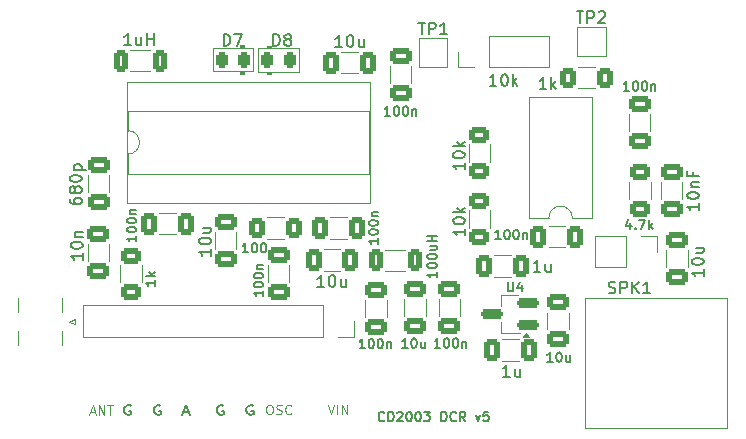
<source format=gbr>
%TF.GenerationSoftware,KiCad,Pcbnew,8.0.2-unknown-202405041935~ca16ff05df~ubuntu22.04.1*%
%TF.CreationDate,2024-05-05T07:49:21+05:30*%
%TF.ProjectId,BoB,426f422e-6b69-4636-9164-5f7063625858,rev?*%
%TF.SameCoordinates,Original*%
%TF.FileFunction,Legend,Top*%
%TF.FilePolarity,Positive*%
%FSLAX46Y46*%
G04 Gerber Fmt 4.6, Leading zero omitted, Abs format (unit mm)*
G04 Created by KiCad (PCBNEW 8.0.2-unknown-202405041935~ca16ff05df~ubuntu22.04.1) date 2024-05-05 07:49:21*
%MOMM*%
%LPD*%
G01*
G04 APERTURE LIST*
G04 Aperture macros list*
%AMRoundRect*
0 Rectangle with rounded corners*
0 $1 Rounding radius*
0 $2 $3 $4 $5 $6 $7 $8 $9 X,Y pos of 4 corners*
0 Add a 4 corners polygon primitive as box body*
4,1,4,$2,$3,$4,$5,$6,$7,$8,$9,$2,$3,0*
0 Add four circle primitives for the rounded corners*
1,1,$1+$1,$2,$3*
1,1,$1+$1,$4,$5*
1,1,$1+$1,$6,$7*
1,1,$1+$1,$8,$9*
0 Add four rect primitives between the rounded corners*
20,1,$1+$1,$2,$3,$4,$5,0*
20,1,$1+$1,$4,$5,$6,$7,0*
20,1,$1+$1,$6,$7,$8,$9,0*
20,1,$1+$1,$8,$9,$2,$3,0*%
G04 Aperture macros list end*
%ADD10C,0.150000*%
%ADD11C,0.120000*%
%ADD12C,0.100000*%
%ADD13R,2.000000X2.000000*%
%ADD14RoundRect,0.243750X-0.243750X-0.456250X0.243750X-0.456250X0.243750X0.456250X-0.243750X0.456250X0*%
%ADD15RoundRect,0.250000X-0.650000X0.412500X-0.650000X-0.412500X0.650000X-0.412500X0.650000X0.412500X0*%
%ADD16R,1.700000X1.700000*%
%ADD17O,1.700000X1.700000*%
%ADD18RoundRect,0.250000X0.650000X-0.412500X0.650000X0.412500X-0.650000X0.412500X-0.650000X-0.412500X0*%
%ADD19RoundRect,0.250000X-0.412500X-0.650000X0.412500X-0.650000X0.412500X0.650000X-0.412500X0.650000X0*%
%ADD20RoundRect,0.250000X-0.362500X-0.700000X0.362500X-0.700000X0.362500X0.700000X-0.362500X0.700000X0*%
%ADD21RoundRect,0.250000X0.412500X0.650000X-0.412500X0.650000X-0.412500X-0.650000X0.412500X-0.650000X0*%
%ADD22RoundRect,0.250000X-0.400000X-0.625000X0.400000X-0.625000X0.400000X0.625000X-0.400000X0.625000X0*%
%ADD23C,4.400000*%
%ADD24RoundRect,0.250000X-0.625000X0.400000X-0.625000X-0.400000X0.625000X-0.400000X0.625000X0.400000X0*%
%ADD25RoundRect,0.250000X0.625000X-0.400000X0.625000X0.400000X-0.625000X0.400000X-0.625000X-0.400000X0*%
%ADD26RoundRect,0.250000X0.400000X0.625000X-0.400000X0.625000X-0.400000X-0.625000X0.400000X-0.625000X0*%
%ADD27R,3.600000X1.270000*%
%ADD28R,4.200000X1.350000*%
%ADD29RoundRect,0.200000X0.750000X0.200000X-0.750000X0.200000X-0.750000X-0.200000X0.750000X-0.200000X0*%
%ADD30RoundRect,0.243750X0.243750X0.456250X-0.243750X0.456250X-0.243750X-0.456250X0.243750X-0.456250X0*%
%ADD31R,1.600000X1.600000*%
%ADD32O,1.600000X1.600000*%
%ADD33C,1.200000*%
%ADD34O,1.800000X2.500000*%
%ADD35O,2.500000X1.800000*%
G04 APERTURE END LIST*
D10*
X54850588Y-77552390D02*
X54755350Y-77514295D01*
X54755350Y-77514295D02*
X54612493Y-77514295D01*
X54612493Y-77514295D02*
X54469636Y-77552390D01*
X54469636Y-77552390D02*
X54374398Y-77628580D01*
X54374398Y-77628580D02*
X54326779Y-77704771D01*
X54326779Y-77704771D02*
X54279160Y-77857152D01*
X54279160Y-77857152D02*
X54279160Y-77971438D01*
X54279160Y-77971438D02*
X54326779Y-78123819D01*
X54326779Y-78123819D02*
X54374398Y-78200009D01*
X54374398Y-78200009D02*
X54469636Y-78276200D01*
X54469636Y-78276200D02*
X54612493Y-78314295D01*
X54612493Y-78314295D02*
X54707731Y-78314295D01*
X54707731Y-78314295D02*
X54850588Y-78276200D01*
X54850588Y-78276200D02*
X54898207Y-78238104D01*
X54898207Y-78238104D02*
X54898207Y-77971438D01*
X54898207Y-77971438D02*
X54707731Y-77971438D01*
X57374398Y-77552390D02*
X57279160Y-77514295D01*
X57279160Y-77514295D02*
X57136303Y-77514295D01*
X57136303Y-77514295D02*
X56993446Y-77552390D01*
X56993446Y-77552390D02*
X56898208Y-77628580D01*
X56898208Y-77628580D02*
X56850589Y-77704771D01*
X56850589Y-77704771D02*
X56802970Y-77857152D01*
X56802970Y-77857152D02*
X56802970Y-77971438D01*
X56802970Y-77971438D02*
X56850589Y-78123819D01*
X56850589Y-78123819D02*
X56898208Y-78200009D01*
X56898208Y-78200009D02*
X56993446Y-78276200D01*
X56993446Y-78276200D02*
X57136303Y-78314295D01*
X57136303Y-78314295D02*
X57231541Y-78314295D01*
X57231541Y-78314295D02*
X57374398Y-78276200D01*
X57374398Y-78276200D02*
X57422017Y-78238104D01*
X57422017Y-78238104D02*
X57422017Y-77971438D01*
X57422017Y-77971438D02*
X57231541Y-77971438D01*
X59326780Y-78085723D02*
X59802970Y-78085723D01*
X59231542Y-78314295D02*
X59564875Y-77514295D01*
X59564875Y-77514295D02*
X59898208Y-78314295D01*
D11*
X66522857Y-77473855D02*
X66675238Y-77473855D01*
X66675238Y-77473855D02*
X66751428Y-77511950D01*
X66751428Y-77511950D02*
X66827619Y-77588140D01*
X66827619Y-77588140D02*
X66865714Y-77740521D01*
X66865714Y-77740521D02*
X66865714Y-78007188D01*
X66865714Y-78007188D02*
X66827619Y-78159569D01*
X66827619Y-78159569D02*
X66751428Y-78235760D01*
X66751428Y-78235760D02*
X66675238Y-78273855D01*
X66675238Y-78273855D02*
X66522857Y-78273855D01*
X66522857Y-78273855D02*
X66446666Y-78235760D01*
X66446666Y-78235760D02*
X66370476Y-78159569D01*
X66370476Y-78159569D02*
X66332380Y-78007188D01*
X66332380Y-78007188D02*
X66332380Y-77740521D01*
X66332380Y-77740521D02*
X66370476Y-77588140D01*
X66370476Y-77588140D02*
X66446666Y-77511950D01*
X66446666Y-77511950D02*
X66522857Y-77473855D01*
X67170475Y-78235760D02*
X67284761Y-78273855D01*
X67284761Y-78273855D02*
X67475237Y-78273855D01*
X67475237Y-78273855D02*
X67551428Y-78235760D01*
X67551428Y-78235760D02*
X67589523Y-78197664D01*
X67589523Y-78197664D02*
X67627618Y-78121474D01*
X67627618Y-78121474D02*
X67627618Y-78045283D01*
X67627618Y-78045283D02*
X67589523Y-77969093D01*
X67589523Y-77969093D02*
X67551428Y-77930998D01*
X67551428Y-77930998D02*
X67475237Y-77892902D01*
X67475237Y-77892902D02*
X67322856Y-77854807D01*
X67322856Y-77854807D02*
X67246666Y-77816712D01*
X67246666Y-77816712D02*
X67208571Y-77778617D01*
X67208571Y-77778617D02*
X67170475Y-77702426D01*
X67170475Y-77702426D02*
X67170475Y-77626236D01*
X67170475Y-77626236D02*
X67208571Y-77550045D01*
X67208571Y-77550045D02*
X67246666Y-77511950D01*
X67246666Y-77511950D02*
X67322856Y-77473855D01*
X67322856Y-77473855D02*
X67513333Y-77473855D01*
X67513333Y-77473855D02*
X67627618Y-77511950D01*
X68427619Y-78197664D02*
X68389523Y-78235760D01*
X68389523Y-78235760D02*
X68275238Y-78273855D01*
X68275238Y-78273855D02*
X68199047Y-78273855D01*
X68199047Y-78273855D02*
X68084761Y-78235760D01*
X68084761Y-78235760D02*
X68008571Y-78159569D01*
X68008571Y-78159569D02*
X67970476Y-78083379D01*
X67970476Y-78083379D02*
X67932380Y-77930998D01*
X67932380Y-77930998D02*
X67932380Y-77816712D01*
X67932380Y-77816712D02*
X67970476Y-77664331D01*
X67970476Y-77664331D02*
X68008571Y-77588140D01*
X68008571Y-77588140D02*
X68084761Y-77511950D01*
X68084761Y-77511950D02*
X68199047Y-77473855D01*
X68199047Y-77473855D02*
X68275238Y-77473855D01*
X68275238Y-77473855D02*
X68389523Y-77511950D01*
X68389523Y-77511950D02*
X68427619Y-77550045D01*
D10*
X76336303Y-78788104D02*
X76298207Y-78826200D01*
X76298207Y-78826200D02*
X76183922Y-78864295D01*
X76183922Y-78864295D02*
X76107731Y-78864295D01*
X76107731Y-78864295D02*
X75993445Y-78826200D01*
X75993445Y-78826200D02*
X75917255Y-78750009D01*
X75917255Y-78750009D02*
X75879160Y-78673819D01*
X75879160Y-78673819D02*
X75841064Y-78521438D01*
X75841064Y-78521438D02*
X75841064Y-78407152D01*
X75841064Y-78407152D02*
X75879160Y-78254771D01*
X75879160Y-78254771D02*
X75917255Y-78178580D01*
X75917255Y-78178580D02*
X75993445Y-78102390D01*
X75993445Y-78102390D02*
X76107731Y-78064295D01*
X76107731Y-78064295D02*
X76183922Y-78064295D01*
X76183922Y-78064295D02*
X76298207Y-78102390D01*
X76298207Y-78102390D02*
X76336303Y-78140485D01*
X76679160Y-78864295D02*
X76679160Y-78064295D01*
X76679160Y-78064295D02*
X76869636Y-78064295D01*
X76869636Y-78064295D02*
X76983922Y-78102390D01*
X76983922Y-78102390D02*
X77060112Y-78178580D01*
X77060112Y-78178580D02*
X77098207Y-78254771D01*
X77098207Y-78254771D02*
X77136303Y-78407152D01*
X77136303Y-78407152D02*
X77136303Y-78521438D01*
X77136303Y-78521438D02*
X77098207Y-78673819D01*
X77098207Y-78673819D02*
X77060112Y-78750009D01*
X77060112Y-78750009D02*
X76983922Y-78826200D01*
X76983922Y-78826200D02*
X76869636Y-78864295D01*
X76869636Y-78864295D02*
X76679160Y-78864295D01*
X77441064Y-78140485D02*
X77479160Y-78102390D01*
X77479160Y-78102390D02*
X77555350Y-78064295D01*
X77555350Y-78064295D02*
X77745826Y-78064295D01*
X77745826Y-78064295D02*
X77822017Y-78102390D01*
X77822017Y-78102390D02*
X77860112Y-78140485D01*
X77860112Y-78140485D02*
X77898207Y-78216676D01*
X77898207Y-78216676D02*
X77898207Y-78292866D01*
X77898207Y-78292866D02*
X77860112Y-78407152D01*
X77860112Y-78407152D02*
X77402969Y-78864295D01*
X77402969Y-78864295D02*
X77898207Y-78864295D01*
X78393446Y-78064295D02*
X78469636Y-78064295D01*
X78469636Y-78064295D02*
X78545827Y-78102390D01*
X78545827Y-78102390D02*
X78583922Y-78140485D01*
X78583922Y-78140485D02*
X78622017Y-78216676D01*
X78622017Y-78216676D02*
X78660112Y-78369057D01*
X78660112Y-78369057D02*
X78660112Y-78559533D01*
X78660112Y-78559533D02*
X78622017Y-78711914D01*
X78622017Y-78711914D02*
X78583922Y-78788104D01*
X78583922Y-78788104D02*
X78545827Y-78826200D01*
X78545827Y-78826200D02*
X78469636Y-78864295D01*
X78469636Y-78864295D02*
X78393446Y-78864295D01*
X78393446Y-78864295D02*
X78317255Y-78826200D01*
X78317255Y-78826200D02*
X78279160Y-78788104D01*
X78279160Y-78788104D02*
X78241065Y-78711914D01*
X78241065Y-78711914D02*
X78202969Y-78559533D01*
X78202969Y-78559533D02*
X78202969Y-78369057D01*
X78202969Y-78369057D02*
X78241065Y-78216676D01*
X78241065Y-78216676D02*
X78279160Y-78140485D01*
X78279160Y-78140485D02*
X78317255Y-78102390D01*
X78317255Y-78102390D02*
X78393446Y-78064295D01*
X79155351Y-78064295D02*
X79231541Y-78064295D01*
X79231541Y-78064295D02*
X79307732Y-78102390D01*
X79307732Y-78102390D02*
X79345827Y-78140485D01*
X79345827Y-78140485D02*
X79383922Y-78216676D01*
X79383922Y-78216676D02*
X79422017Y-78369057D01*
X79422017Y-78369057D02*
X79422017Y-78559533D01*
X79422017Y-78559533D02*
X79383922Y-78711914D01*
X79383922Y-78711914D02*
X79345827Y-78788104D01*
X79345827Y-78788104D02*
X79307732Y-78826200D01*
X79307732Y-78826200D02*
X79231541Y-78864295D01*
X79231541Y-78864295D02*
X79155351Y-78864295D01*
X79155351Y-78864295D02*
X79079160Y-78826200D01*
X79079160Y-78826200D02*
X79041065Y-78788104D01*
X79041065Y-78788104D02*
X79002970Y-78711914D01*
X79002970Y-78711914D02*
X78964874Y-78559533D01*
X78964874Y-78559533D02*
X78964874Y-78369057D01*
X78964874Y-78369057D02*
X79002970Y-78216676D01*
X79002970Y-78216676D02*
X79041065Y-78140485D01*
X79041065Y-78140485D02*
X79079160Y-78102390D01*
X79079160Y-78102390D02*
X79155351Y-78064295D01*
X79688684Y-78064295D02*
X80183922Y-78064295D01*
X80183922Y-78064295D02*
X79917256Y-78369057D01*
X79917256Y-78369057D02*
X80031541Y-78369057D01*
X80031541Y-78369057D02*
X80107732Y-78407152D01*
X80107732Y-78407152D02*
X80145827Y-78445247D01*
X80145827Y-78445247D02*
X80183922Y-78521438D01*
X80183922Y-78521438D02*
X80183922Y-78711914D01*
X80183922Y-78711914D02*
X80145827Y-78788104D01*
X80145827Y-78788104D02*
X80107732Y-78826200D01*
X80107732Y-78826200D02*
X80031541Y-78864295D01*
X80031541Y-78864295D02*
X79802970Y-78864295D01*
X79802970Y-78864295D02*
X79726779Y-78826200D01*
X79726779Y-78826200D02*
X79688684Y-78788104D01*
X81136304Y-78864295D02*
X81136304Y-78064295D01*
X81136304Y-78064295D02*
X81326780Y-78064295D01*
X81326780Y-78064295D02*
X81441066Y-78102390D01*
X81441066Y-78102390D02*
X81517256Y-78178580D01*
X81517256Y-78178580D02*
X81555351Y-78254771D01*
X81555351Y-78254771D02*
X81593447Y-78407152D01*
X81593447Y-78407152D02*
X81593447Y-78521438D01*
X81593447Y-78521438D02*
X81555351Y-78673819D01*
X81555351Y-78673819D02*
X81517256Y-78750009D01*
X81517256Y-78750009D02*
X81441066Y-78826200D01*
X81441066Y-78826200D02*
X81326780Y-78864295D01*
X81326780Y-78864295D02*
X81136304Y-78864295D01*
X82393447Y-78788104D02*
X82355351Y-78826200D01*
X82355351Y-78826200D02*
X82241066Y-78864295D01*
X82241066Y-78864295D02*
X82164875Y-78864295D01*
X82164875Y-78864295D02*
X82050589Y-78826200D01*
X82050589Y-78826200D02*
X81974399Y-78750009D01*
X81974399Y-78750009D02*
X81936304Y-78673819D01*
X81936304Y-78673819D02*
X81898208Y-78521438D01*
X81898208Y-78521438D02*
X81898208Y-78407152D01*
X81898208Y-78407152D02*
X81936304Y-78254771D01*
X81936304Y-78254771D02*
X81974399Y-78178580D01*
X81974399Y-78178580D02*
X82050589Y-78102390D01*
X82050589Y-78102390D02*
X82164875Y-78064295D01*
X82164875Y-78064295D02*
X82241066Y-78064295D01*
X82241066Y-78064295D02*
X82355351Y-78102390D01*
X82355351Y-78102390D02*
X82393447Y-78140485D01*
X83193447Y-78864295D02*
X82926780Y-78483342D01*
X82736304Y-78864295D02*
X82736304Y-78064295D01*
X82736304Y-78064295D02*
X83041066Y-78064295D01*
X83041066Y-78064295D02*
X83117256Y-78102390D01*
X83117256Y-78102390D02*
X83155351Y-78140485D01*
X83155351Y-78140485D02*
X83193447Y-78216676D01*
X83193447Y-78216676D02*
X83193447Y-78330961D01*
X83193447Y-78330961D02*
X83155351Y-78407152D01*
X83155351Y-78407152D02*
X83117256Y-78445247D01*
X83117256Y-78445247D02*
X83041066Y-78483342D01*
X83041066Y-78483342D02*
X82736304Y-78483342D01*
X84069637Y-78330961D02*
X84260113Y-78864295D01*
X84260113Y-78864295D02*
X84450590Y-78330961D01*
X85136304Y-78064295D02*
X84755352Y-78064295D01*
X84755352Y-78064295D02*
X84717256Y-78445247D01*
X84717256Y-78445247D02*
X84755352Y-78407152D01*
X84755352Y-78407152D02*
X84831542Y-78369057D01*
X84831542Y-78369057D02*
X85022018Y-78369057D01*
X85022018Y-78369057D02*
X85098209Y-78407152D01*
X85098209Y-78407152D02*
X85136304Y-78445247D01*
X85136304Y-78445247D02*
X85174399Y-78521438D01*
X85174399Y-78521438D02*
X85174399Y-78711914D01*
X85174399Y-78711914D02*
X85136304Y-78788104D01*
X85136304Y-78788104D02*
X85098209Y-78826200D01*
X85098209Y-78826200D02*
X85022018Y-78864295D01*
X85022018Y-78864295D02*
X84831542Y-78864295D01*
X84831542Y-78864295D02*
X84755352Y-78826200D01*
X84755352Y-78826200D02*
X84717256Y-78788104D01*
D11*
X51437714Y-78091283D02*
X51818667Y-78091283D01*
X51361524Y-78319855D02*
X51628191Y-77519855D01*
X51628191Y-77519855D02*
X51894857Y-78319855D01*
X52161524Y-78319855D02*
X52161524Y-77519855D01*
X52161524Y-77519855D02*
X52618667Y-78319855D01*
X52618667Y-78319855D02*
X52618667Y-77519855D01*
X52885333Y-77519855D02*
X53342476Y-77519855D01*
X53113904Y-78319855D02*
X53113904Y-77519855D01*
D10*
X62690588Y-77552390D02*
X62595350Y-77514295D01*
X62595350Y-77514295D02*
X62452493Y-77514295D01*
X62452493Y-77514295D02*
X62309636Y-77552390D01*
X62309636Y-77552390D02*
X62214398Y-77628580D01*
X62214398Y-77628580D02*
X62166779Y-77704771D01*
X62166779Y-77704771D02*
X62119160Y-77857152D01*
X62119160Y-77857152D02*
X62119160Y-77971438D01*
X62119160Y-77971438D02*
X62166779Y-78123819D01*
X62166779Y-78123819D02*
X62214398Y-78200009D01*
X62214398Y-78200009D02*
X62309636Y-78276200D01*
X62309636Y-78276200D02*
X62452493Y-78314295D01*
X62452493Y-78314295D02*
X62547731Y-78314295D01*
X62547731Y-78314295D02*
X62690588Y-78276200D01*
X62690588Y-78276200D02*
X62738207Y-78238104D01*
X62738207Y-78238104D02*
X62738207Y-77971438D01*
X62738207Y-77971438D02*
X62547731Y-77971438D01*
X65214398Y-77552390D02*
X65119160Y-77514295D01*
X65119160Y-77514295D02*
X64976303Y-77514295D01*
X64976303Y-77514295D02*
X64833446Y-77552390D01*
X64833446Y-77552390D02*
X64738208Y-77628580D01*
X64738208Y-77628580D02*
X64690589Y-77704771D01*
X64690589Y-77704771D02*
X64642970Y-77857152D01*
X64642970Y-77857152D02*
X64642970Y-77971438D01*
X64642970Y-77971438D02*
X64690589Y-78123819D01*
X64690589Y-78123819D02*
X64738208Y-78200009D01*
X64738208Y-78200009D02*
X64833446Y-78276200D01*
X64833446Y-78276200D02*
X64976303Y-78314295D01*
X64976303Y-78314295D02*
X65071541Y-78314295D01*
X65071541Y-78314295D02*
X65214398Y-78276200D01*
X65214398Y-78276200D02*
X65262017Y-78238104D01*
X65262017Y-78238104D02*
X65262017Y-77971438D01*
X65262017Y-77971438D02*
X65071541Y-77971438D01*
D11*
X71533810Y-77493855D02*
X71800477Y-78293855D01*
X71800477Y-78293855D02*
X72067143Y-77493855D01*
X72333810Y-78293855D02*
X72333810Y-77493855D01*
X72714762Y-78293855D02*
X72714762Y-77493855D01*
X72714762Y-77493855D02*
X73171905Y-78293855D01*
X73171905Y-78293855D02*
X73171905Y-77493855D01*
D10*
X79198095Y-45116819D02*
X79769523Y-45116819D01*
X79483809Y-46116819D02*
X79483809Y-45116819D01*
X80102857Y-46116819D02*
X80102857Y-45116819D01*
X80102857Y-45116819D02*
X80483809Y-45116819D01*
X80483809Y-45116819D02*
X80579047Y-45164438D01*
X80579047Y-45164438D02*
X80626666Y-45212057D01*
X80626666Y-45212057D02*
X80674285Y-45307295D01*
X80674285Y-45307295D02*
X80674285Y-45450152D01*
X80674285Y-45450152D02*
X80626666Y-45545390D01*
X80626666Y-45545390D02*
X80579047Y-45593009D01*
X80579047Y-45593009D02*
X80483809Y-45640628D01*
X80483809Y-45640628D02*
X80102857Y-45640628D01*
X81626666Y-46116819D02*
X81055238Y-46116819D01*
X81340952Y-46116819D02*
X81340952Y-45116819D01*
X81340952Y-45116819D02*
X81245714Y-45259676D01*
X81245714Y-45259676D02*
X81150476Y-45354914D01*
X81150476Y-45354914D02*
X81055238Y-45402533D01*
X66921905Y-47094819D02*
X66921905Y-46094819D01*
X66921905Y-46094819D02*
X67160000Y-46094819D01*
X67160000Y-46094819D02*
X67302857Y-46142438D01*
X67302857Y-46142438D02*
X67398095Y-46237676D01*
X67398095Y-46237676D02*
X67445714Y-46332914D01*
X67445714Y-46332914D02*
X67493333Y-46523390D01*
X67493333Y-46523390D02*
X67493333Y-46666247D01*
X67493333Y-46666247D02*
X67445714Y-46856723D01*
X67445714Y-46856723D02*
X67398095Y-46951961D01*
X67398095Y-46951961D02*
X67302857Y-47047200D01*
X67302857Y-47047200D02*
X67160000Y-47094819D01*
X67160000Y-47094819D02*
X66921905Y-47094819D01*
X68064762Y-46523390D02*
X67969524Y-46475771D01*
X67969524Y-46475771D02*
X67921905Y-46428152D01*
X67921905Y-46428152D02*
X67874286Y-46332914D01*
X67874286Y-46332914D02*
X67874286Y-46285295D01*
X67874286Y-46285295D02*
X67921905Y-46190057D01*
X67921905Y-46190057D02*
X67969524Y-46142438D01*
X67969524Y-46142438D02*
X68064762Y-46094819D01*
X68064762Y-46094819D02*
X68255238Y-46094819D01*
X68255238Y-46094819D02*
X68350476Y-46142438D01*
X68350476Y-46142438D02*
X68398095Y-46190057D01*
X68398095Y-46190057D02*
X68445714Y-46285295D01*
X68445714Y-46285295D02*
X68445714Y-46332914D01*
X68445714Y-46332914D02*
X68398095Y-46428152D01*
X68398095Y-46428152D02*
X68350476Y-46475771D01*
X68350476Y-46475771D02*
X68255238Y-46523390D01*
X68255238Y-46523390D02*
X68064762Y-46523390D01*
X68064762Y-46523390D02*
X67969524Y-46571009D01*
X67969524Y-46571009D02*
X67921905Y-46618628D01*
X67921905Y-46618628D02*
X67874286Y-46713866D01*
X67874286Y-46713866D02*
X67874286Y-46904342D01*
X67874286Y-46904342D02*
X67921905Y-46999580D01*
X67921905Y-46999580D02*
X67969524Y-47047200D01*
X67969524Y-47047200D02*
X68064762Y-47094819D01*
X68064762Y-47094819D02*
X68255238Y-47094819D01*
X68255238Y-47094819D02*
X68350476Y-47047200D01*
X68350476Y-47047200D02*
X68398095Y-46999580D01*
X68398095Y-46999580D02*
X68445714Y-46904342D01*
X68445714Y-46904342D02*
X68445714Y-46713866D01*
X68445714Y-46713866D02*
X68398095Y-46618628D01*
X68398095Y-46618628D02*
X68350476Y-46571009D01*
X68350476Y-46571009D02*
X68255238Y-46523390D01*
X74684761Y-72692295D02*
X74227618Y-72692295D01*
X74456190Y-72692295D02*
X74456190Y-71892295D01*
X74456190Y-71892295D02*
X74379999Y-72006580D01*
X74379999Y-72006580D02*
X74303809Y-72082771D01*
X74303809Y-72082771D02*
X74227618Y-72120866D01*
X75180000Y-71892295D02*
X75256190Y-71892295D01*
X75256190Y-71892295D02*
X75332381Y-71930390D01*
X75332381Y-71930390D02*
X75370476Y-71968485D01*
X75370476Y-71968485D02*
X75408571Y-72044676D01*
X75408571Y-72044676D02*
X75446666Y-72197057D01*
X75446666Y-72197057D02*
X75446666Y-72387533D01*
X75446666Y-72387533D02*
X75408571Y-72539914D01*
X75408571Y-72539914D02*
X75370476Y-72616104D01*
X75370476Y-72616104D02*
X75332381Y-72654200D01*
X75332381Y-72654200D02*
X75256190Y-72692295D01*
X75256190Y-72692295D02*
X75180000Y-72692295D01*
X75180000Y-72692295D02*
X75103809Y-72654200D01*
X75103809Y-72654200D02*
X75065714Y-72616104D01*
X75065714Y-72616104D02*
X75027619Y-72539914D01*
X75027619Y-72539914D02*
X74989523Y-72387533D01*
X74989523Y-72387533D02*
X74989523Y-72197057D01*
X74989523Y-72197057D02*
X75027619Y-72044676D01*
X75027619Y-72044676D02*
X75065714Y-71968485D01*
X75065714Y-71968485D02*
X75103809Y-71930390D01*
X75103809Y-71930390D02*
X75180000Y-71892295D01*
X75941905Y-71892295D02*
X76018095Y-71892295D01*
X76018095Y-71892295D02*
X76094286Y-71930390D01*
X76094286Y-71930390D02*
X76132381Y-71968485D01*
X76132381Y-71968485D02*
X76170476Y-72044676D01*
X76170476Y-72044676D02*
X76208571Y-72197057D01*
X76208571Y-72197057D02*
X76208571Y-72387533D01*
X76208571Y-72387533D02*
X76170476Y-72539914D01*
X76170476Y-72539914D02*
X76132381Y-72616104D01*
X76132381Y-72616104D02*
X76094286Y-72654200D01*
X76094286Y-72654200D02*
X76018095Y-72692295D01*
X76018095Y-72692295D02*
X75941905Y-72692295D01*
X75941905Y-72692295D02*
X75865714Y-72654200D01*
X75865714Y-72654200D02*
X75827619Y-72616104D01*
X75827619Y-72616104D02*
X75789524Y-72539914D01*
X75789524Y-72539914D02*
X75751428Y-72387533D01*
X75751428Y-72387533D02*
X75751428Y-72197057D01*
X75751428Y-72197057D02*
X75789524Y-72044676D01*
X75789524Y-72044676D02*
X75827619Y-71968485D01*
X75827619Y-71968485D02*
X75865714Y-71930390D01*
X75865714Y-71930390D02*
X75941905Y-71892295D01*
X76551429Y-72158961D02*
X76551429Y-72692295D01*
X76551429Y-72235152D02*
X76589524Y-72197057D01*
X76589524Y-72197057D02*
X76665714Y-72158961D01*
X76665714Y-72158961D02*
X76780000Y-72158961D01*
X76780000Y-72158961D02*
X76856191Y-72197057D01*
X76856191Y-72197057D02*
X76894286Y-72273247D01*
X76894286Y-72273247D02*
X76894286Y-72692295D01*
X85822761Y-50476819D02*
X85251333Y-50476819D01*
X85537047Y-50476819D02*
X85537047Y-49476819D01*
X85537047Y-49476819D02*
X85441809Y-49619676D01*
X85441809Y-49619676D02*
X85346571Y-49714914D01*
X85346571Y-49714914D02*
X85251333Y-49762533D01*
X86441809Y-49476819D02*
X86537047Y-49476819D01*
X86537047Y-49476819D02*
X86632285Y-49524438D01*
X86632285Y-49524438D02*
X86679904Y-49572057D01*
X86679904Y-49572057D02*
X86727523Y-49667295D01*
X86727523Y-49667295D02*
X86775142Y-49857771D01*
X86775142Y-49857771D02*
X86775142Y-50095866D01*
X86775142Y-50095866D02*
X86727523Y-50286342D01*
X86727523Y-50286342D02*
X86679904Y-50381580D01*
X86679904Y-50381580D02*
X86632285Y-50429200D01*
X86632285Y-50429200D02*
X86537047Y-50476819D01*
X86537047Y-50476819D02*
X86441809Y-50476819D01*
X86441809Y-50476819D02*
X86346571Y-50429200D01*
X86346571Y-50429200D02*
X86298952Y-50381580D01*
X86298952Y-50381580D02*
X86251333Y-50286342D01*
X86251333Y-50286342D02*
X86203714Y-50095866D01*
X86203714Y-50095866D02*
X86203714Y-49857771D01*
X86203714Y-49857771D02*
X86251333Y-49667295D01*
X86251333Y-49667295D02*
X86298952Y-49572057D01*
X86298952Y-49572057D02*
X86346571Y-49524438D01*
X86346571Y-49524438D02*
X86441809Y-49476819D01*
X87203714Y-50476819D02*
X87203714Y-49476819D01*
X87298952Y-50095866D02*
X87584666Y-50476819D01*
X87584666Y-49810152D02*
X87203714Y-50191104D01*
X76814761Y-53002295D02*
X76357618Y-53002295D01*
X76586190Y-53002295D02*
X76586190Y-52202295D01*
X76586190Y-52202295D02*
X76509999Y-52316580D01*
X76509999Y-52316580D02*
X76433809Y-52392771D01*
X76433809Y-52392771D02*
X76357618Y-52430866D01*
X77310000Y-52202295D02*
X77386190Y-52202295D01*
X77386190Y-52202295D02*
X77462381Y-52240390D01*
X77462381Y-52240390D02*
X77500476Y-52278485D01*
X77500476Y-52278485D02*
X77538571Y-52354676D01*
X77538571Y-52354676D02*
X77576666Y-52507057D01*
X77576666Y-52507057D02*
X77576666Y-52697533D01*
X77576666Y-52697533D02*
X77538571Y-52849914D01*
X77538571Y-52849914D02*
X77500476Y-52926104D01*
X77500476Y-52926104D02*
X77462381Y-52964200D01*
X77462381Y-52964200D02*
X77386190Y-53002295D01*
X77386190Y-53002295D02*
X77310000Y-53002295D01*
X77310000Y-53002295D02*
X77233809Y-52964200D01*
X77233809Y-52964200D02*
X77195714Y-52926104D01*
X77195714Y-52926104D02*
X77157619Y-52849914D01*
X77157619Y-52849914D02*
X77119523Y-52697533D01*
X77119523Y-52697533D02*
X77119523Y-52507057D01*
X77119523Y-52507057D02*
X77157619Y-52354676D01*
X77157619Y-52354676D02*
X77195714Y-52278485D01*
X77195714Y-52278485D02*
X77233809Y-52240390D01*
X77233809Y-52240390D02*
X77310000Y-52202295D01*
X78071905Y-52202295D02*
X78148095Y-52202295D01*
X78148095Y-52202295D02*
X78224286Y-52240390D01*
X78224286Y-52240390D02*
X78262381Y-52278485D01*
X78262381Y-52278485D02*
X78300476Y-52354676D01*
X78300476Y-52354676D02*
X78338571Y-52507057D01*
X78338571Y-52507057D02*
X78338571Y-52697533D01*
X78338571Y-52697533D02*
X78300476Y-52849914D01*
X78300476Y-52849914D02*
X78262381Y-52926104D01*
X78262381Y-52926104D02*
X78224286Y-52964200D01*
X78224286Y-52964200D02*
X78148095Y-53002295D01*
X78148095Y-53002295D02*
X78071905Y-53002295D01*
X78071905Y-53002295D02*
X77995714Y-52964200D01*
X77995714Y-52964200D02*
X77957619Y-52926104D01*
X77957619Y-52926104D02*
X77919524Y-52849914D01*
X77919524Y-52849914D02*
X77881428Y-52697533D01*
X77881428Y-52697533D02*
X77881428Y-52507057D01*
X77881428Y-52507057D02*
X77919524Y-52354676D01*
X77919524Y-52354676D02*
X77957619Y-52278485D01*
X77957619Y-52278485D02*
X77995714Y-52240390D01*
X77995714Y-52240390D02*
X78071905Y-52202295D01*
X78681429Y-52468961D02*
X78681429Y-53002295D01*
X78681429Y-52545152D02*
X78719524Y-52507057D01*
X78719524Y-52507057D02*
X78795714Y-52468961D01*
X78795714Y-52468961D02*
X78910000Y-52468961D01*
X78910000Y-52468961D02*
X78986191Y-52507057D01*
X78986191Y-52507057D02*
X79024286Y-52583247D01*
X79024286Y-52583247D02*
X79024286Y-53002295D01*
X55322295Y-63175238D02*
X55322295Y-63632381D01*
X55322295Y-63403809D02*
X54522295Y-63403809D01*
X54522295Y-63403809D02*
X54636580Y-63480000D01*
X54636580Y-63480000D02*
X54712771Y-63556190D01*
X54712771Y-63556190D02*
X54750866Y-63632381D01*
X54522295Y-62679999D02*
X54522295Y-62603809D01*
X54522295Y-62603809D02*
X54560390Y-62527618D01*
X54560390Y-62527618D02*
X54598485Y-62489523D01*
X54598485Y-62489523D02*
X54674676Y-62451428D01*
X54674676Y-62451428D02*
X54827057Y-62413333D01*
X54827057Y-62413333D02*
X55017533Y-62413333D01*
X55017533Y-62413333D02*
X55169914Y-62451428D01*
X55169914Y-62451428D02*
X55246104Y-62489523D01*
X55246104Y-62489523D02*
X55284200Y-62527618D01*
X55284200Y-62527618D02*
X55322295Y-62603809D01*
X55322295Y-62603809D02*
X55322295Y-62679999D01*
X55322295Y-62679999D02*
X55284200Y-62756190D01*
X55284200Y-62756190D02*
X55246104Y-62794285D01*
X55246104Y-62794285D02*
X55169914Y-62832380D01*
X55169914Y-62832380D02*
X55017533Y-62870476D01*
X55017533Y-62870476D02*
X54827057Y-62870476D01*
X54827057Y-62870476D02*
X54674676Y-62832380D01*
X54674676Y-62832380D02*
X54598485Y-62794285D01*
X54598485Y-62794285D02*
X54560390Y-62756190D01*
X54560390Y-62756190D02*
X54522295Y-62679999D01*
X54522295Y-61918094D02*
X54522295Y-61841904D01*
X54522295Y-61841904D02*
X54560390Y-61765713D01*
X54560390Y-61765713D02*
X54598485Y-61727618D01*
X54598485Y-61727618D02*
X54674676Y-61689523D01*
X54674676Y-61689523D02*
X54827057Y-61651428D01*
X54827057Y-61651428D02*
X55017533Y-61651428D01*
X55017533Y-61651428D02*
X55169914Y-61689523D01*
X55169914Y-61689523D02*
X55246104Y-61727618D01*
X55246104Y-61727618D02*
X55284200Y-61765713D01*
X55284200Y-61765713D02*
X55322295Y-61841904D01*
X55322295Y-61841904D02*
X55322295Y-61918094D01*
X55322295Y-61918094D02*
X55284200Y-61994285D01*
X55284200Y-61994285D02*
X55246104Y-62032380D01*
X55246104Y-62032380D02*
X55169914Y-62070475D01*
X55169914Y-62070475D02*
X55017533Y-62108571D01*
X55017533Y-62108571D02*
X54827057Y-62108571D01*
X54827057Y-62108571D02*
X54674676Y-62070475D01*
X54674676Y-62070475D02*
X54598485Y-62032380D01*
X54598485Y-62032380D02*
X54560390Y-61994285D01*
X54560390Y-61994285D02*
X54522295Y-61918094D01*
X54788961Y-61308570D02*
X55322295Y-61308570D01*
X54865152Y-61308570D02*
X54827057Y-61270475D01*
X54827057Y-61270475D02*
X54788961Y-61194285D01*
X54788961Y-61194285D02*
X54788961Y-61079999D01*
X54788961Y-61079999D02*
X54827057Y-61003808D01*
X54827057Y-61003808D02*
X54903247Y-60965713D01*
X54903247Y-60965713D02*
X55322295Y-60965713D01*
X54889523Y-47034819D02*
X54318095Y-47034819D01*
X54603809Y-47034819D02*
X54603809Y-46034819D01*
X54603809Y-46034819D02*
X54508571Y-46177676D01*
X54508571Y-46177676D02*
X54413333Y-46272914D01*
X54413333Y-46272914D02*
X54318095Y-46320533D01*
X55746666Y-46368152D02*
X55746666Y-47034819D01*
X55318095Y-46368152D02*
X55318095Y-46891961D01*
X55318095Y-46891961D02*
X55365714Y-46987200D01*
X55365714Y-46987200D02*
X55460952Y-47034819D01*
X55460952Y-47034819D02*
X55603809Y-47034819D01*
X55603809Y-47034819D02*
X55699047Y-46987200D01*
X55699047Y-46987200D02*
X55746666Y-46939580D01*
X56222857Y-47034819D02*
X56222857Y-46034819D01*
X56222857Y-46511009D02*
X56794285Y-46511009D01*
X56794285Y-47034819D02*
X56794285Y-46034819D01*
X49694819Y-60034285D02*
X49694819Y-60224761D01*
X49694819Y-60224761D02*
X49742438Y-60319999D01*
X49742438Y-60319999D02*
X49790057Y-60367618D01*
X49790057Y-60367618D02*
X49932914Y-60462856D01*
X49932914Y-60462856D02*
X50123390Y-60510475D01*
X50123390Y-60510475D02*
X50504342Y-60510475D01*
X50504342Y-60510475D02*
X50599580Y-60462856D01*
X50599580Y-60462856D02*
X50647200Y-60415237D01*
X50647200Y-60415237D02*
X50694819Y-60319999D01*
X50694819Y-60319999D02*
X50694819Y-60129523D01*
X50694819Y-60129523D02*
X50647200Y-60034285D01*
X50647200Y-60034285D02*
X50599580Y-59986666D01*
X50599580Y-59986666D02*
X50504342Y-59939047D01*
X50504342Y-59939047D02*
X50266247Y-59939047D01*
X50266247Y-59939047D02*
X50171009Y-59986666D01*
X50171009Y-59986666D02*
X50123390Y-60034285D01*
X50123390Y-60034285D02*
X50075771Y-60129523D01*
X50075771Y-60129523D02*
X50075771Y-60319999D01*
X50075771Y-60319999D02*
X50123390Y-60415237D01*
X50123390Y-60415237D02*
X50171009Y-60462856D01*
X50171009Y-60462856D02*
X50266247Y-60510475D01*
X50123390Y-59367618D02*
X50075771Y-59462856D01*
X50075771Y-59462856D02*
X50028152Y-59510475D01*
X50028152Y-59510475D02*
X49932914Y-59558094D01*
X49932914Y-59558094D02*
X49885295Y-59558094D01*
X49885295Y-59558094D02*
X49790057Y-59510475D01*
X49790057Y-59510475D02*
X49742438Y-59462856D01*
X49742438Y-59462856D02*
X49694819Y-59367618D01*
X49694819Y-59367618D02*
X49694819Y-59177142D01*
X49694819Y-59177142D02*
X49742438Y-59081904D01*
X49742438Y-59081904D02*
X49790057Y-59034285D01*
X49790057Y-59034285D02*
X49885295Y-58986666D01*
X49885295Y-58986666D02*
X49932914Y-58986666D01*
X49932914Y-58986666D02*
X50028152Y-59034285D01*
X50028152Y-59034285D02*
X50075771Y-59081904D01*
X50075771Y-59081904D02*
X50123390Y-59177142D01*
X50123390Y-59177142D02*
X50123390Y-59367618D01*
X50123390Y-59367618D02*
X50171009Y-59462856D01*
X50171009Y-59462856D02*
X50218628Y-59510475D01*
X50218628Y-59510475D02*
X50313866Y-59558094D01*
X50313866Y-59558094D02*
X50504342Y-59558094D01*
X50504342Y-59558094D02*
X50599580Y-59510475D01*
X50599580Y-59510475D02*
X50647200Y-59462856D01*
X50647200Y-59462856D02*
X50694819Y-59367618D01*
X50694819Y-59367618D02*
X50694819Y-59177142D01*
X50694819Y-59177142D02*
X50647200Y-59081904D01*
X50647200Y-59081904D02*
X50599580Y-59034285D01*
X50599580Y-59034285D02*
X50504342Y-58986666D01*
X50504342Y-58986666D02*
X50313866Y-58986666D01*
X50313866Y-58986666D02*
X50218628Y-59034285D01*
X50218628Y-59034285D02*
X50171009Y-59081904D01*
X50171009Y-59081904D02*
X50123390Y-59177142D01*
X49694819Y-58367618D02*
X49694819Y-58272380D01*
X49694819Y-58272380D02*
X49742438Y-58177142D01*
X49742438Y-58177142D02*
X49790057Y-58129523D01*
X49790057Y-58129523D02*
X49885295Y-58081904D01*
X49885295Y-58081904D02*
X50075771Y-58034285D01*
X50075771Y-58034285D02*
X50313866Y-58034285D01*
X50313866Y-58034285D02*
X50504342Y-58081904D01*
X50504342Y-58081904D02*
X50599580Y-58129523D01*
X50599580Y-58129523D02*
X50647200Y-58177142D01*
X50647200Y-58177142D02*
X50694819Y-58272380D01*
X50694819Y-58272380D02*
X50694819Y-58367618D01*
X50694819Y-58367618D02*
X50647200Y-58462856D01*
X50647200Y-58462856D02*
X50599580Y-58510475D01*
X50599580Y-58510475D02*
X50504342Y-58558094D01*
X50504342Y-58558094D02*
X50313866Y-58605713D01*
X50313866Y-58605713D02*
X50075771Y-58605713D01*
X50075771Y-58605713D02*
X49885295Y-58558094D01*
X49885295Y-58558094D02*
X49790057Y-58510475D01*
X49790057Y-58510475D02*
X49742438Y-58462856D01*
X49742438Y-58462856D02*
X49694819Y-58367618D01*
X50028152Y-57605713D02*
X51028152Y-57605713D01*
X50075771Y-57605713D02*
X50028152Y-57510475D01*
X50028152Y-57510475D02*
X50028152Y-57319999D01*
X50028152Y-57319999D02*
X50075771Y-57224761D01*
X50075771Y-57224761D02*
X50123390Y-57177142D01*
X50123390Y-57177142D02*
X50218628Y-57129523D01*
X50218628Y-57129523D02*
X50504342Y-57129523D01*
X50504342Y-57129523D02*
X50599580Y-57177142D01*
X50599580Y-57177142D02*
X50647200Y-57224761D01*
X50647200Y-57224761D02*
X50694819Y-57319999D01*
X50694819Y-57319999D02*
X50694819Y-57510475D01*
X50694819Y-57510475D02*
X50647200Y-57605713D01*
X71239142Y-67510819D02*
X70667714Y-67510819D01*
X70953428Y-67510819D02*
X70953428Y-66510819D01*
X70953428Y-66510819D02*
X70858190Y-66653676D01*
X70858190Y-66653676D02*
X70762952Y-66748914D01*
X70762952Y-66748914D02*
X70667714Y-66796533D01*
X71858190Y-66510819D02*
X71953428Y-66510819D01*
X71953428Y-66510819D02*
X72048666Y-66558438D01*
X72048666Y-66558438D02*
X72096285Y-66606057D01*
X72096285Y-66606057D02*
X72143904Y-66701295D01*
X72143904Y-66701295D02*
X72191523Y-66891771D01*
X72191523Y-66891771D02*
X72191523Y-67129866D01*
X72191523Y-67129866D02*
X72143904Y-67320342D01*
X72143904Y-67320342D02*
X72096285Y-67415580D01*
X72096285Y-67415580D02*
X72048666Y-67463200D01*
X72048666Y-67463200D02*
X71953428Y-67510819D01*
X71953428Y-67510819D02*
X71858190Y-67510819D01*
X71858190Y-67510819D02*
X71762952Y-67463200D01*
X71762952Y-67463200D02*
X71715333Y-67415580D01*
X71715333Y-67415580D02*
X71667714Y-67320342D01*
X71667714Y-67320342D02*
X71620095Y-67129866D01*
X71620095Y-67129866D02*
X71620095Y-66891771D01*
X71620095Y-66891771D02*
X71667714Y-66701295D01*
X71667714Y-66701295D02*
X71715333Y-66606057D01*
X71715333Y-66606057D02*
X71762952Y-66558438D01*
X71762952Y-66558438D02*
X71858190Y-66510819D01*
X73048666Y-66844152D02*
X73048666Y-67510819D01*
X72620095Y-66844152D02*
X72620095Y-67367961D01*
X72620095Y-67367961D02*
X72667714Y-67463200D01*
X72667714Y-67463200D02*
X72762952Y-67510819D01*
X72762952Y-67510819D02*
X72905809Y-67510819D01*
X72905809Y-67510819D02*
X73001047Y-67463200D01*
X73001047Y-67463200D02*
X73048666Y-67415580D01*
X64786666Y-64572295D02*
X64329523Y-64572295D01*
X64558095Y-64572295D02*
X64558095Y-63772295D01*
X64558095Y-63772295D02*
X64481904Y-63886580D01*
X64481904Y-63886580D02*
X64405714Y-63962771D01*
X64405714Y-63962771D02*
X64329523Y-64000866D01*
X65281905Y-63772295D02*
X65358095Y-63772295D01*
X65358095Y-63772295D02*
X65434286Y-63810390D01*
X65434286Y-63810390D02*
X65472381Y-63848485D01*
X65472381Y-63848485D02*
X65510476Y-63924676D01*
X65510476Y-63924676D02*
X65548571Y-64077057D01*
X65548571Y-64077057D02*
X65548571Y-64267533D01*
X65548571Y-64267533D02*
X65510476Y-64419914D01*
X65510476Y-64419914D02*
X65472381Y-64496104D01*
X65472381Y-64496104D02*
X65434286Y-64534200D01*
X65434286Y-64534200D02*
X65358095Y-64572295D01*
X65358095Y-64572295D02*
X65281905Y-64572295D01*
X65281905Y-64572295D02*
X65205714Y-64534200D01*
X65205714Y-64534200D02*
X65167619Y-64496104D01*
X65167619Y-64496104D02*
X65129524Y-64419914D01*
X65129524Y-64419914D02*
X65091428Y-64267533D01*
X65091428Y-64267533D02*
X65091428Y-64077057D01*
X65091428Y-64077057D02*
X65129524Y-63924676D01*
X65129524Y-63924676D02*
X65167619Y-63848485D01*
X65167619Y-63848485D02*
X65205714Y-63810390D01*
X65205714Y-63810390D02*
X65281905Y-63772295D01*
X66043810Y-63772295D02*
X66120000Y-63772295D01*
X66120000Y-63772295D02*
X66196191Y-63810390D01*
X66196191Y-63810390D02*
X66234286Y-63848485D01*
X66234286Y-63848485D02*
X66272381Y-63924676D01*
X66272381Y-63924676D02*
X66310476Y-64077057D01*
X66310476Y-64077057D02*
X66310476Y-64267533D01*
X66310476Y-64267533D02*
X66272381Y-64419914D01*
X66272381Y-64419914D02*
X66234286Y-64496104D01*
X66234286Y-64496104D02*
X66196191Y-64534200D01*
X66196191Y-64534200D02*
X66120000Y-64572295D01*
X66120000Y-64572295D02*
X66043810Y-64572295D01*
X66043810Y-64572295D02*
X65967619Y-64534200D01*
X65967619Y-64534200D02*
X65929524Y-64496104D01*
X65929524Y-64496104D02*
X65891429Y-64419914D01*
X65891429Y-64419914D02*
X65853333Y-64267533D01*
X65853333Y-64267533D02*
X65853333Y-64077057D01*
X65853333Y-64077057D02*
X65891429Y-63924676D01*
X65891429Y-63924676D02*
X65929524Y-63848485D01*
X65929524Y-63848485D02*
X65967619Y-63810390D01*
X65967619Y-63810390D02*
X66043810Y-63772295D01*
X75800295Y-63379238D02*
X75800295Y-63836381D01*
X75800295Y-63607809D02*
X75000295Y-63607809D01*
X75000295Y-63607809D02*
X75114580Y-63684000D01*
X75114580Y-63684000D02*
X75190771Y-63760190D01*
X75190771Y-63760190D02*
X75228866Y-63836381D01*
X75000295Y-62883999D02*
X75000295Y-62807809D01*
X75000295Y-62807809D02*
X75038390Y-62731618D01*
X75038390Y-62731618D02*
X75076485Y-62693523D01*
X75076485Y-62693523D02*
X75152676Y-62655428D01*
X75152676Y-62655428D02*
X75305057Y-62617333D01*
X75305057Y-62617333D02*
X75495533Y-62617333D01*
X75495533Y-62617333D02*
X75647914Y-62655428D01*
X75647914Y-62655428D02*
X75724104Y-62693523D01*
X75724104Y-62693523D02*
X75762200Y-62731618D01*
X75762200Y-62731618D02*
X75800295Y-62807809D01*
X75800295Y-62807809D02*
X75800295Y-62883999D01*
X75800295Y-62883999D02*
X75762200Y-62960190D01*
X75762200Y-62960190D02*
X75724104Y-62998285D01*
X75724104Y-62998285D02*
X75647914Y-63036380D01*
X75647914Y-63036380D02*
X75495533Y-63074476D01*
X75495533Y-63074476D02*
X75305057Y-63074476D01*
X75305057Y-63074476D02*
X75152676Y-63036380D01*
X75152676Y-63036380D02*
X75076485Y-62998285D01*
X75076485Y-62998285D02*
X75038390Y-62960190D01*
X75038390Y-62960190D02*
X75000295Y-62883999D01*
X75000295Y-62122094D02*
X75000295Y-62045904D01*
X75000295Y-62045904D02*
X75038390Y-61969713D01*
X75038390Y-61969713D02*
X75076485Y-61931618D01*
X75076485Y-61931618D02*
X75152676Y-61893523D01*
X75152676Y-61893523D02*
X75305057Y-61855428D01*
X75305057Y-61855428D02*
X75495533Y-61855428D01*
X75495533Y-61855428D02*
X75647914Y-61893523D01*
X75647914Y-61893523D02*
X75724104Y-61931618D01*
X75724104Y-61931618D02*
X75762200Y-61969713D01*
X75762200Y-61969713D02*
X75800295Y-62045904D01*
X75800295Y-62045904D02*
X75800295Y-62122094D01*
X75800295Y-62122094D02*
X75762200Y-62198285D01*
X75762200Y-62198285D02*
X75724104Y-62236380D01*
X75724104Y-62236380D02*
X75647914Y-62274475D01*
X75647914Y-62274475D02*
X75495533Y-62312571D01*
X75495533Y-62312571D02*
X75305057Y-62312571D01*
X75305057Y-62312571D02*
X75152676Y-62274475D01*
X75152676Y-62274475D02*
X75076485Y-62236380D01*
X75076485Y-62236380D02*
X75038390Y-62198285D01*
X75038390Y-62198285D02*
X75000295Y-62122094D01*
X75266961Y-61512570D02*
X75800295Y-61512570D01*
X75343152Y-61512570D02*
X75305057Y-61474475D01*
X75305057Y-61474475D02*
X75266961Y-61398285D01*
X75266961Y-61398285D02*
X75266961Y-61283999D01*
X75266961Y-61283999D02*
X75305057Y-61207808D01*
X75305057Y-61207808D02*
X75381247Y-61169713D01*
X75381247Y-61169713D02*
X75800295Y-61169713D01*
X78295713Y-72660295D02*
X77838570Y-72660295D01*
X78067142Y-72660295D02*
X78067142Y-71860295D01*
X78067142Y-71860295D02*
X77990951Y-71974580D01*
X77990951Y-71974580D02*
X77914761Y-72050771D01*
X77914761Y-72050771D02*
X77838570Y-72088866D01*
X78790952Y-71860295D02*
X78867142Y-71860295D01*
X78867142Y-71860295D02*
X78943333Y-71898390D01*
X78943333Y-71898390D02*
X78981428Y-71936485D01*
X78981428Y-71936485D02*
X79019523Y-72012676D01*
X79019523Y-72012676D02*
X79057618Y-72165057D01*
X79057618Y-72165057D02*
X79057618Y-72355533D01*
X79057618Y-72355533D02*
X79019523Y-72507914D01*
X79019523Y-72507914D02*
X78981428Y-72584104D01*
X78981428Y-72584104D02*
X78943333Y-72622200D01*
X78943333Y-72622200D02*
X78867142Y-72660295D01*
X78867142Y-72660295D02*
X78790952Y-72660295D01*
X78790952Y-72660295D02*
X78714761Y-72622200D01*
X78714761Y-72622200D02*
X78676666Y-72584104D01*
X78676666Y-72584104D02*
X78638571Y-72507914D01*
X78638571Y-72507914D02*
X78600475Y-72355533D01*
X78600475Y-72355533D02*
X78600475Y-72165057D01*
X78600475Y-72165057D02*
X78638571Y-72012676D01*
X78638571Y-72012676D02*
X78676666Y-71936485D01*
X78676666Y-71936485D02*
X78714761Y-71898390D01*
X78714761Y-71898390D02*
X78790952Y-71860295D01*
X79743333Y-72126961D02*
X79743333Y-72660295D01*
X79400476Y-72126961D02*
X79400476Y-72546009D01*
X79400476Y-72546009D02*
X79438571Y-72622200D01*
X79438571Y-72622200D02*
X79514761Y-72660295D01*
X79514761Y-72660295D02*
X79629047Y-72660295D01*
X79629047Y-72660295D02*
X79705238Y-72622200D01*
X79705238Y-72622200D02*
X79743333Y-72584104D01*
X89543333Y-66214819D02*
X88971905Y-66214819D01*
X89257619Y-66214819D02*
X89257619Y-65214819D01*
X89257619Y-65214819D02*
X89162381Y-65357676D01*
X89162381Y-65357676D02*
X89067143Y-65452914D01*
X89067143Y-65452914D02*
X88971905Y-65500533D01*
X90400476Y-65548152D02*
X90400476Y-66214819D01*
X89971905Y-65548152D02*
X89971905Y-66071961D01*
X89971905Y-66071961D02*
X90019524Y-66167200D01*
X90019524Y-66167200D02*
X90114762Y-66214819D01*
X90114762Y-66214819D02*
X90257619Y-66214819D01*
X90257619Y-66214819D02*
X90352857Y-66167200D01*
X90352857Y-66167200D02*
X90400476Y-66119580D01*
X80762295Y-66234286D02*
X80762295Y-66691429D01*
X80762295Y-66462857D02*
X79962295Y-66462857D01*
X79962295Y-66462857D02*
X80076580Y-66539048D01*
X80076580Y-66539048D02*
X80152771Y-66615238D01*
X80152771Y-66615238D02*
X80190866Y-66691429D01*
X79962295Y-65739047D02*
X79962295Y-65662857D01*
X79962295Y-65662857D02*
X80000390Y-65586666D01*
X80000390Y-65586666D02*
X80038485Y-65548571D01*
X80038485Y-65548571D02*
X80114676Y-65510476D01*
X80114676Y-65510476D02*
X80267057Y-65472381D01*
X80267057Y-65472381D02*
X80457533Y-65472381D01*
X80457533Y-65472381D02*
X80609914Y-65510476D01*
X80609914Y-65510476D02*
X80686104Y-65548571D01*
X80686104Y-65548571D02*
X80724200Y-65586666D01*
X80724200Y-65586666D02*
X80762295Y-65662857D01*
X80762295Y-65662857D02*
X80762295Y-65739047D01*
X80762295Y-65739047D02*
X80724200Y-65815238D01*
X80724200Y-65815238D02*
X80686104Y-65853333D01*
X80686104Y-65853333D02*
X80609914Y-65891428D01*
X80609914Y-65891428D02*
X80457533Y-65929524D01*
X80457533Y-65929524D02*
X80267057Y-65929524D01*
X80267057Y-65929524D02*
X80114676Y-65891428D01*
X80114676Y-65891428D02*
X80038485Y-65853333D01*
X80038485Y-65853333D02*
X80000390Y-65815238D01*
X80000390Y-65815238D02*
X79962295Y-65739047D01*
X79962295Y-64977142D02*
X79962295Y-64900952D01*
X79962295Y-64900952D02*
X80000390Y-64824761D01*
X80000390Y-64824761D02*
X80038485Y-64786666D01*
X80038485Y-64786666D02*
X80114676Y-64748571D01*
X80114676Y-64748571D02*
X80267057Y-64710476D01*
X80267057Y-64710476D02*
X80457533Y-64710476D01*
X80457533Y-64710476D02*
X80609914Y-64748571D01*
X80609914Y-64748571D02*
X80686104Y-64786666D01*
X80686104Y-64786666D02*
X80724200Y-64824761D01*
X80724200Y-64824761D02*
X80762295Y-64900952D01*
X80762295Y-64900952D02*
X80762295Y-64977142D01*
X80762295Y-64977142D02*
X80724200Y-65053333D01*
X80724200Y-65053333D02*
X80686104Y-65091428D01*
X80686104Y-65091428D02*
X80609914Y-65129523D01*
X80609914Y-65129523D02*
X80457533Y-65167619D01*
X80457533Y-65167619D02*
X80267057Y-65167619D01*
X80267057Y-65167619D02*
X80114676Y-65129523D01*
X80114676Y-65129523D02*
X80038485Y-65091428D01*
X80038485Y-65091428D02*
X80000390Y-65053333D01*
X80000390Y-65053333D02*
X79962295Y-64977142D01*
X80228961Y-64024761D02*
X80762295Y-64024761D01*
X80228961Y-64367618D02*
X80648009Y-64367618D01*
X80648009Y-64367618D02*
X80724200Y-64329523D01*
X80724200Y-64329523D02*
X80762295Y-64253333D01*
X80762295Y-64253333D02*
X80762295Y-64139047D01*
X80762295Y-64139047D02*
X80724200Y-64062856D01*
X80724200Y-64062856D02*
X80686104Y-64024761D01*
X80762295Y-63643808D02*
X79962295Y-63643808D01*
X80343247Y-63643808D02*
X80343247Y-63186665D01*
X80762295Y-63186665D02*
X79962295Y-63186665D01*
X86194761Y-63452295D02*
X85737618Y-63452295D01*
X85966190Y-63452295D02*
X85966190Y-62652295D01*
X85966190Y-62652295D02*
X85889999Y-62766580D01*
X85889999Y-62766580D02*
X85813809Y-62842771D01*
X85813809Y-62842771D02*
X85737618Y-62880866D01*
X86690000Y-62652295D02*
X86766190Y-62652295D01*
X86766190Y-62652295D02*
X86842381Y-62690390D01*
X86842381Y-62690390D02*
X86880476Y-62728485D01*
X86880476Y-62728485D02*
X86918571Y-62804676D01*
X86918571Y-62804676D02*
X86956666Y-62957057D01*
X86956666Y-62957057D02*
X86956666Y-63147533D01*
X86956666Y-63147533D02*
X86918571Y-63299914D01*
X86918571Y-63299914D02*
X86880476Y-63376104D01*
X86880476Y-63376104D02*
X86842381Y-63414200D01*
X86842381Y-63414200D02*
X86766190Y-63452295D01*
X86766190Y-63452295D02*
X86690000Y-63452295D01*
X86690000Y-63452295D02*
X86613809Y-63414200D01*
X86613809Y-63414200D02*
X86575714Y-63376104D01*
X86575714Y-63376104D02*
X86537619Y-63299914D01*
X86537619Y-63299914D02*
X86499523Y-63147533D01*
X86499523Y-63147533D02*
X86499523Y-62957057D01*
X86499523Y-62957057D02*
X86537619Y-62804676D01*
X86537619Y-62804676D02*
X86575714Y-62728485D01*
X86575714Y-62728485D02*
X86613809Y-62690390D01*
X86613809Y-62690390D02*
X86690000Y-62652295D01*
X87451905Y-62652295D02*
X87528095Y-62652295D01*
X87528095Y-62652295D02*
X87604286Y-62690390D01*
X87604286Y-62690390D02*
X87642381Y-62728485D01*
X87642381Y-62728485D02*
X87680476Y-62804676D01*
X87680476Y-62804676D02*
X87718571Y-62957057D01*
X87718571Y-62957057D02*
X87718571Y-63147533D01*
X87718571Y-63147533D02*
X87680476Y-63299914D01*
X87680476Y-63299914D02*
X87642381Y-63376104D01*
X87642381Y-63376104D02*
X87604286Y-63414200D01*
X87604286Y-63414200D02*
X87528095Y-63452295D01*
X87528095Y-63452295D02*
X87451905Y-63452295D01*
X87451905Y-63452295D02*
X87375714Y-63414200D01*
X87375714Y-63414200D02*
X87337619Y-63376104D01*
X87337619Y-63376104D02*
X87299524Y-63299914D01*
X87299524Y-63299914D02*
X87261428Y-63147533D01*
X87261428Y-63147533D02*
X87261428Y-62957057D01*
X87261428Y-62957057D02*
X87299524Y-62804676D01*
X87299524Y-62804676D02*
X87337619Y-62728485D01*
X87337619Y-62728485D02*
X87375714Y-62690390D01*
X87375714Y-62690390D02*
X87451905Y-62652295D01*
X88061429Y-62918961D02*
X88061429Y-63452295D01*
X88061429Y-62995152D02*
X88099524Y-62957057D01*
X88099524Y-62957057D02*
X88175714Y-62918961D01*
X88175714Y-62918961D02*
X88290000Y-62918961D01*
X88290000Y-62918961D02*
X88366191Y-62957057D01*
X88366191Y-62957057D02*
X88404286Y-63033247D01*
X88404286Y-63033247D02*
X88404286Y-63452295D01*
X97046761Y-50884295D02*
X96589618Y-50884295D01*
X96818190Y-50884295D02*
X96818190Y-50084295D01*
X96818190Y-50084295D02*
X96741999Y-50198580D01*
X96741999Y-50198580D02*
X96665809Y-50274771D01*
X96665809Y-50274771D02*
X96589618Y-50312866D01*
X97542000Y-50084295D02*
X97618190Y-50084295D01*
X97618190Y-50084295D02*
X97694381Y-50122390D01*
X97694381Y-50122390D02*
X97732476Y-50160485D01*
X97732476Y-50160485D02*
X97770571Y-50236676D01*
X97770571Y-50236676D02*
X97808666Y-50389057D01*
X97808666Y-50389057D02*
X97808666Y-50579533D01*
X97808666Y-50579533D02*
X97770571Y-50731914D01*
X97770571Y-50731914D02*
X97732476Y-50808104D01*
X97732476Y-50808104D02*
X97694381Y-50846200D01*
X97694381Y-50846200D02*
X97618190Y-50884295D01*
X97618190Y-50884295D02*
X97542000Y-50884295D01*
X97542000Y-50884295D02*
X97465809Y-50846200D01*
X97465809Y-50846200D02*
X97427714Y-50808104D01*
X97427714Y-50808104D02*
X97389619Y-50731914D01*
X97389619Y-50731914D02*
X97351523Y-50579533D01*
X97351523Y-50579533D02*
X97351523Y-50389057D01*
X97351523Y-50389057D02*
X97389619Y-50236676D01*
X97389619Y-50236676D02*
X97427714Y-50160485D01*
X97427714Y-50160485D02*
X97465809Y-50122390D01*
X97465809Y-50122390D02*
X97542000Y-50084295D01*
X98303905Y-50084295D02*
X98380095Y-50084295D01*
X98380095Y-50084295D02*
X98456286Y-50122390D01*
X98456286Y-50122390D02*
X98494381Y-50160485D01*
X98494381Y-50160485D02*
X98532476Y-50236676D01*
X98532476Y-50236676D02*
X98570571Y-50389057D01*
X98570571Y-50389057D02*
X98570571Y-50579533D01*
X98570571Y-50579533D02*
X98532476Y-50731914D01*
X98532476Y-50731914D02*
X98494381Y-50808104D01*
X98494381Y-50808104D02*
X98456286Y-50846200D01*
X98456286Y-50846200D02*
X98380095Y-50884295D01*
X98380095Y-50884295D02*
X98303905Y-50884295D01*
X98303905Y-50884295D02*
X98227714Y-50846200D01*
X98227714Y-50846200D02*
X98189619Y-50808104D01*
X98189619Y-50808104D02*
X98151524Y-50731914D01*
X98151524Y-50731914D02*
X98113428Y-50579533D01*
X98113428Y-50579533D02*
X98113428Y-50389057D01*
X98113428Y-50389057D02*
X98151524Y-50236676D01*
X98151524Y-50236676D02*
X98189619Y-50160485D01*
X98189619Y-50160485D02*
X98227714Y-50122390D01*
X98227714Y-50122390D02*
X98303905Y-50084295D01*
X98913429Y-50350961D02*
X98913429Y-50884295D01*
X98913429Y-50427152D02*
X98951524Y-50389057D01*
X98951524Y-50389057D02*
X99027714Y-50350961D01*
X99027714Y-50350961D02*
X99142000Y-50350961D01*
X99142000Y-50350961D02*
X99218191Y-50389057D01*
X99218191Y-50389057D02*
X99256286Y-50465247D01*
X99256286Y-50465247D02*
X99256286Y-50884295D01*
X90585713Y-73822295D02*
X90128570Y-73822295D01*
X90357142Y-73822295D02*
X90357142Y-73022295D01*
X90357142Y-73022295D02*
X90280951Y-73136580D01*
X90280951Y-73136580D02*
X90204761Y-73212771D01*
X90204761Y-73212771D02*
X90128570Y-73250866D01*
X91080952Y-73022295D02*
X91157142Y-73022295D01*
X91157142Y-73022295D02*
X91233333Y-73060390D01*
X91233333Y-73060390D02*
X91271428Y-73098485D01*
X91271428Y-73098485D02*
X91309523Y-73174676D01*
X91309523Y-73174676D02*
X91347618Y-73327057D01*
X91347618Y-73327057D02*
X91347618Y-73517533D01*
X91347618Y-73517533D02*
X91309523Y-73669914D01*
X91309523Y-73669914D02*
X91271428Y-73746104D01*
X91271428Y-73746104D02*
X91233333Y-73784200D01*
X91233333Y-73784200D02*
X91157142Y-73822295D01*
X91157142Y-73822295D02*
X91080952Y-73822295D01*
X91080952Y-73822295D02*
X91004761Y-73784200D01*
X91004761Y-73784200D02*
X90966666Y-73746104D01*
X90966666Y-73746104D02*
X90928571Y-73669914D01*
X90928571Y-73669914D02*
X90890475Y-73517533D01*
X90890475Y-73517533D02*
X90890475Y-73327057D01*
X90890475Y-73327057D02*
X90928571Y-73174676D01*
X90928571Y-73174676D02*
X90966666Y-73098485D01*
X90966666Y-73098485D02*
X91004761Y-73060390D01*
X91004761Y-73060390D02*
X91080952Y-73022295D01*
X92033333Y-73288961D02*
X92033333Y-73822295D01*
X91690476Y-73288961D02*
X91690476Y-73708009D01*
X91690476Y-73708009D02*
X91728571Y-73784200D01*
X91728571Y-73784200D02*
X91804761Y-73822295D01*
X91804761Y-73822295D02*
X91919047Y-73822295D01*
X91919047Y-73822295D02*
X91995238Y-73784200D01*
X91995238Y-73784200D02*
X92033333Y-73746104D01*
X92616095Y-44168819D02*
X93187523Y-44168819D01*
X92901809Y-45168819D02*
X92901809Y-44168819D01*
X93520857Y-45168819D02*
X93520857Y-44168819D01*
X93520857Y-44168819D02*
X93901809Y-44168819D01*
X93901809Y-44168819D02*
X93997047Y-44216438D01*
X93997047Y-44216438D02*
X94044666Y-44264057D01*
X94044666Y-44264057D02*
X94092285Y-44359295D01*
X94092285Y-44359295D02*
X94092285Y-44502152D01*
X94092285Y-44502152D02*
X94044666Y-44597390D01*
X94044666Y-44597390D02*
X93997047Y-44645009D01*
X93997047Y-44645009D02*
X93901809Y-44692628D01*
X93901809Y-44692628D02*
X93520857Y-44692628D01*
X94473238Y-44264057D02*
X94520857Y-44216438D01*
X94520857Y-44216438D02*
X94616095Y-44168819D01*
X94616095Y-44168819D02*
X94854190Y-44168819D01*
X94854190Y-44168819D02*
X94949428Y-44216438D01*
X94949428Y-44216438D02*
X94997047Y-44264057D01*
X94997047Y-44264057D02*
X95044666Y-44359295D01*
X95044666Y-44359295D02*
X95044666Y-44454533D01*
X95044666Y-44454533D02*
X94997047Y-44597390D01*
X94997047Y-44597390D02*
X94425619Y-45168819D01*
X94425619Y-45168819D02*
X95044666Y-45168819D01*
X50784819Y-64632857D02*
X50784819Y-65204285D01*
X50784819Y-64918571D02*
X49784819Y-64918571D01*
X49784819Y-64918571D02*
X49927676Y-65013809D01*
X49927676Y-65013809D02*
X50022914Y-65109047D01*
X50022914Y-65109047D02*
X50070533Y-65204285D01*
X49784819Y-64013809D02*
X49784819Y-63918571D01*
X49784819Y-63918571D02*
X49832438Y-63823333D01*
X49832438Y-63823333D02*
X49880057Y-63775714D01*
X49880057Y-63775714D02*
X49975295Y-63728095D01*
X49975295Y-63728095D02*
X50165771Y-63680476D01*
X50165771Y-63680476D02*
X50403866Y-63680476D01*
X50403866Y-63680476D02*
X50594342Y-63728095D01*
X50594342Y-63728095D02*
X50689580Y-63775714D01*
X50689580Y-63775714D02*
X50737200Y-63823333D01*
X50737200Y-63823333D02*
X50784819Y-63918571D01*
X50784819Y-63918571D02*
X50784819Y-64013809D01*
X50784819Y-64013809D02*
X50737200Y-64109047D01*
X50737200Y-64109047D02*
X50689580Y-64156666D01*
X50689580Y-64156666D02*
X50594342Y-64204285D01*
X50594342Y-64204285D02*
X50403866Y-64251904D01*
X50403866Y-64251904D02*
X50165771Y-64251904D01*
X50165771Y-64251904D02*
X49975295Y-64204285D01*
X49975295Y-64204285D02*
X49880057Y-64156666D01*
X49880057Y-64156666D02*
X49832438Y-64109047D01*
X49832438Y-64109047D02*
X49784819Y-64013809D01*
X50118152Y-63251904D02*
X50784819Y-63251904D01*
X50213390Y-63251904D02*
X50165771Y-63204285D01*
X50165771Y-63204285D02*
X50118152Y-63109047D01*
X50118152Y-63109047D02*
X50118152Y-62966190D01*
X50118152Y-62966190D02*
X50165771Y-62870952D01*
X50165771Y-62870952D02*
X50261009Y-62823333D01*
X50261009Y-62823333D02*
X50784819Y-62823333D01*
X66062295Y-67815238D02*
X66062295Y-68272381D01*
X66062295Y-68043809D02*
X65262295Y-68043809D01*
X65262295Y-68043809D02*
X65376580Y-68120000D01*
X65376580Y-68120000D02*
X65452771Y-68196190D01*
X65452771Y-68196190D02*
X65490866Y-68272381D01*
X65262295Y-67319999D02*
X65262295Y-67243809D01*
X65262295Y-67243809D02*
X65300390Y-67167618D01*
X65300390Y-67167618D02*
X65338485Y-67129523D01*
X65338485Y-67129523D02*
X65414676Y-67091428D01*
X65414676Y-67091428D02*
X65567057Y-67053333D01*
X65567057Y-67053333D02*
X65757533Y-67053333D01*
X65757533Y-67053333D02*
X65909914Y-67091428D01*
X65909914Y-67091428D02*
X65986104Y-67129523D01*
X65986104Y-67129523D02*
X66024200Y-67167618D01*
X66024200Y-67167618D02*
X66062295Y-67243809D01*
X66062295Y-67243809D02*
X66062295Y-67319999D01*
X66062295Y-67319999D02*
X66024200Y-67396190D01*
X66024200Y-67396190D02*
X65986104Y-67434285D01*
X65986104Y-67434285D02*
X65909914Y-67472380D01*
X65909914Y-67472380D02*
X65757533Y-67510476D01*
X65757533Y-67510476D02*
X65567057Y-67510476D01*
X65567057Y-67510476D02*
X65414676Y-67472380D01*
X65414676Y-67472380D02*
X65338485Y-67434285D01*
X65338485Y-67434285D02*
X65300390Y-67396190D01*
X65300390Y-67396190D02*
X65262295Y-67319999D01*
X65262295Y-66558094D02*
X65262295Y-66481904D01*
X65262295Y-66481904D02*
X65300390Y-66405713D01*
X65300390Y-66405713D02*
X65338485Y-66367618D01*
X65338485Y-66367618D02*
X65414676Y-66329523D01*
X65414676Y-66329523D02*
X65567057Y-66291428D01*
X65567057Y-66291428D02*
X65757533Y-66291428D01*
X65757533Y-66291428D02*
X65909914Y-66329523D01*
X65909914Y-66329523D02*
X65986104Y-66367618D01*
X65986104Y-66367618D02*
X66024200Y-66405713D01*
X66024200Y-66405713D02*
X66062295Y-66481904D01*
X66062295Y-66481904D02*
X66062295Y-66558094D01*
X66062295Y-66558094D02*
X66024200Y-66634285D01*
X66024200Y-66634285D02*
X65986104Y-66672380D01*
X65986104Y-66672380D02*
X65909914Y-66710475D01*
X65909914Y-66710475D02*
X65757533Y-66748571D01*
X65757533Y-66748571D02*
X65567057Y-66748571D01*
X65567057Y-66748571D02*
X65414676Y-66710475D01*
X65414676Y-66710475D02*
X65338485Y-66672380D01*
X65338485Y-66672380D02*
X65300390Y-66634285D01*
X65300390Y-66634285D02*
X65262295Y-66558094D01*
X65528961Y-65948570D02*
X66062295Y-65948570D01*
X65605152Y-65948570D02*
X65567057Y-65910475D01*
X65567057Y-65910475D02*
X65528961Y-65834285D01*
X65528961Y-65834285D02*
X65528961Y-65719999D01*
X65528961Y-65719999D02*
X65567057Y-65643808D01*
X65567057Y-65643808D02*
X65643247Y-65605713D01*
X65643247Y-65605713D02*
X66062295Y-65605713D01*
X61634819Y-64281904D02*
X61634819Y-64853332D01*
X61634819Y-64567618D02*
X60634819Y-64567618D01*
X60634819Y-64567618D02*
X60777676Y-64662856D01*
X60777676Y-64662856D02*
X60872914Y-64758094D01*
X60872914Y-64758094D02*
X60920533Y-64853332D01*
X60634819Y-63662856D02*
X60634819Y-63567618D01*
X60634819Y-63567618D02*
X60682438Y-63472380D01*
X60682438Y-63472380D02*
X60730057Y-63424761D01*
X60730057Y-63424761D02*
X60825295Y-63377142D01*
X60825295Y-63377142D02*
X61015771Y-63329523D01*
X61015771Y-63329523D02*
X61253866Y-63329523D01*
X61253866Y-63329523D02*
X61444342Y-63377142D01*
X61444342Y-63377142D02*
X61539580Y-63424761D01*
X61539580Y-63424761D02*
X61587200Y-63472380D01*
X61587200Y-63472380D02*
X61634819Y-63567618D01*
X61634819Y-63567618D02*
X61634819Y-63662856D01*
X61634819Y-63662856D02*
X61587200Y-63758094D01*
X61587200Y-63758094D02*
X61539580Y-63805713D01*
X61539580Y-63805713D02*
X61444342Y-63853332D01*
X61444342Y-63853332D02*
X61253866Y-63900951D01*
X61253866Y-63900951D02*
X61015771Y-63900951D01*
X61015771Y-63900951D02*
X60825295Y-63853332D01*
X60825295Y-63853332D02*
X60730057Y-63805713D01*
X60730057Y-63805713D02*
X60682438Y-63758094D01*
X60682438Y-63758094D02*
X60634819Y-63662856D01*
X60968152Y-62472380D02*
X61634819Y-62472380D01*
X60968152Y-62900951D02*
X61491961Y-62900951D01*
X61491961Y-62900951D02*
X61587200Y-62853332D01*
X61587200Y-62853332D02*
X61634819Y-62758094D01*
X61634819Y-62758094D02*
X61634819Y-62615237D01*
X61634819Y-62615237D02*
X61587200Y-62519999D01*
X61587200Y-62519999D02*
X61539580Y-62472380D01*
X102956819Y-60416928D02*
X102956819Y-60988356D01*
X102956819Y-60702642D02*
X101956819Y-60702642D01*
X101956819Y-60702642D02*
X102099676Y-60797880D01*
X102099676Y-60797880D02*
X102194914Y-60893118D01*
X102194914Y-60893118D02*
X102242533Y-60988356D01*
X101956819Y-59797880D02*
X101956819Y-59702642D01*
X101956819Y-59702642D02*
X102004438Y-59607404D01*
X102004438Y-59607404D02*
X102052057Y-59559785D01*
X102052057Y-59559785D02*
X102147295Y-59512166D01*
X102147295Y-59512166D02*
X102337771Y-59464547D01*
X102337771Y-59464547D02*
X102575866Y-59464547D01*
X102575866Y-59464547D02*
X102766342Y-59512166D01*
X102766342Y-59512166D02*
X102861580Y-59559785D01*
X102861580Y-59559785D02*
X102909200Y-59607404D01*
X102909200Y-59607404D02*
X102956819Y-59702642D01*
X102956819Y-59702642D02*
X102956819Y-59797880D01*
X102956819Y-59797880D02*
X102909200Y-59893118D01*
X102909200Y-59893118D02*
X102861580Y-59940737D01*
X102861580Y-59940737D02*
X102766342Y-59988356D01*
X102766342Y-59988356D02*
X102575866Y-60035975D01*
X102575866Y-60035975D02*
X102337771Y-60035975D01*
X102337771Y-60035975D02*
X102147295Y-59988356D01*
X102147295Y-59988356D02*
X102052057Y-59940737D01*
X102052057Y-59940737D02*
X102004438Y-59893118D01*
X102004438Y-59893118D02*
X101956819Y-59797880D01*
X102290152Y-59035975D02*
X102956819Y-59035975D01*
X102385390Y-59035975D02*
X102337771Y-58988356D01*
X102337771Y-58988356D02*
X102290152Y-58893118D01*
X102290152Y-58893118D02*
X102290152Y-58750261D01*
X102290152Y-58750261D02*
X102337771Y-58655023D01*
X102337771Y-58655023D02*
X102433009Y-58607404D01*
X102433009Y-58607404D02*
X102956819Y-58607404D01*
X102433009Y-57797880D02*
X102433009Y-58131213D01*
X102956819Y-58131213D02*
X101956819Y-58131213D01*
X101956819Y-58131213D02*
X101956819Y-57655023D01*
X56912295Y-66925238D02*
X56912295Y-67382381D01*
X56912295Y-67153809D02*
X56112295Y-67153809D01*
X56112295Y-67153809D02*
X56226580Y-67230000D01*
X56226580Y-67230000D02*
X56302771Y-67306190D01*
X56302771Y-67306190D02*
X56340866Y-67382381D01*
X56912295Y-66582380D02*
X56112295Y-66582380D01*
X56607533Y-66506190D02*
X56912295Y-66277618D01*
X56378961Y-66277618D02*
X56683723Y-66582380D01*
X83154819Y-62565238D02*
X83154819Y-63136666D01*
X83154819Y-62850952D02*
X82154819Y-62850952D01*
X82154819Y-62850952D02*
X82297676Y-62946190D01*
X82297676Y-62946190D02*
X82392914Y-63041428D01*
X82392914Y-63041428D02*
X82440533Y-63136666D01*
X82154819Y-61946190D02*
X82154819Y-61850952D01*
X82154819Y-61850952D02*
X82202438Y-61755714D01*
X82202438Y-61755714D02*
X82250057Y-61708095D01*
X82250057Y-61708095D02*
X82345295Y-61660476D01*
X82345295Y-61660476D02*
X82535771Y-61612857D01*
X82535771Y-61612857D02*
X82773866Y-61612857D01*
X82773866Y-61612857D02*
X82964342Y-61660476D01*
X82964342Y-61660476D02*
X83059580Y-61708095D01*
X83059580Y-61708095D02*
X83107200Y-61755714D01*
X83107200Y-61755714D02*
X83154819Y-61850952D01*
X83154819Y-61850952D02*
X83154819Y-61946190D01*
X83154819Y-61946190D02*
X83107200Y-62041428D01*
X83107200Y-62041428D02*
X83059580Y-62089047D01*
X83059580Y-62089047D02*
X82964342Y-62136666D01*
X82964342Y-62136666D02*
X82773866Y-62184285D01*
X82773866Y-62184285D02*
X82535771Y-62184285D01*
X82535771Y-62184285D02*
X82345295Y-62136666D01*
X82345295Y-62136666D02*
X82250057Y-62089047D01*
X82250057Y-62089047D02*
X82202438Y-62041428D01*
X82202438Y-62041428D02*
X82154819Y-61946190D01*
X83154819Y-61184285D02*
X82154819Y-61184285D01*
X82773866Y-61089047D02*
X83154819Y-60803333D01*
X82488152Y-60803333D02*
X82869104Y-61184285D01*
X90040952Y-50744819D02*
X89469524Y-50744819D01*
X89755238Y-50744819D02*
X89755238Y-49744819D01*
X89755238Y-49744819D02*
X89660000Y-49887676D01*
X89660000Y-49887676D02*
X89564762Y-49982914D01*
X89564762Y-49982914D02*
X89469524Y-50030533D01*
X90469524Y-50744819D02*
X90469524Y-49744819D01*
X90564762Y-50363866D02*
X90850476Y-50744819D01*
X90850476Y-50078152D02*
X90469524Y-50459104D01*
X97167143Y-62088961D02*
X97167143Y-62622295D01*
X96976667Y-61784200D02*
X96786190Y-62355628D01*
X96786190Y-62355628D02*
X97281429Y-62355628D01*
X97586191Y-62546104D02*
X97624286Y-62584200D01*
X97624286Y-62584200D02*
X97586191Y-62622295D01*
X97586191Y-62622295D02*
X97548095Y-62584200D01*
X97548095Y-62584200D02*
X97586191Y-62546104D01*
X97586191Y-62546104D02*
X97586191Y-62622295D01*
X97890952Y-61822295D02*
X98424286Y-61822295D01*
X98424286Y-61822295D02*
X98081428Y-62622295D01*
X98729048Y-62622295D02*
X98729048Y-61822295D01*
X98805238Y-62317533D02*
X99033810Y-62622295D01*
X99033810Y-62088961D02*
X98729048Y-62393723D01*
X72763142Y-47190819D02*
X72191714Y-47190819D01*
X72477428Y-47190819D02*
X72477428Y-46190819D01*
X72477428Y-46190819D02*
X72382190Y-46333676D01*
X72382190Y-46333676D02*
X72286952Y-46428914D01*
X72286952Y-46428914D02*
X72191714Y-46476533D01*
X73382190Y-46190819D02*
X73477428Y-46190819D01*
X73477428Y-46190819D02*
X73572666Y-46238438D01*
X73572666Y-46238438D02*
X73620285Y-46286057D01*
X73620285Y-46286057D02*
X73667904Y-46381295D01*
X73667904Y-46381295D02*
X73715523Y-46571771D01*
X73715523Y-46571771D02*
X73715523Y-46809866D01*
X73715523Y-46809866D02*
X73667904Y-47000342D01*
X73667904Y-47000342D02*
X73620285Y-47095580D01*
X73620285Y-47095580D02*
X73572666Y-47143200D01*
X73572666Y-47143200D02*
X73477428Y-47190819D01*
X73477428Y-47190819D02*
X73382190Y-47190819D01*
X73382190Y-47190819D02*
X73286952Y-47143200D01*
X73286952Y-47143200D02*
X73239333Y-47095580D01*
X73239333Y-47095580D02*
X73191714Y-47000342D01*
X73191714Y-47000342D02*
X73144095Y-46809866D01*
X73144095Y-46809866D02*
X73144095Y-46571771D01*
X73144095Y-46571771D02*
X73191714Y-46381295D01*
X73191714Y-46381295D02*
X73239333Y-46286057D01*
X73239333Y-46286057D02*
X73286952Y-46238438D01*
X73286952Y-46238438D02*
X73382190Y-46190819D01*
X74572666Y-46524152D02*
X74572666Y-47190819D01*
X74144095Y-46524152D02*
X74144095Y-47047961D01*
X74144095Y-47047961D02*
X74191714Y-47143200D01*
X74191714Y-47143200D02*
X74286952Y-47190819D01*
X74286952Y-47190819D02*
X74429809Y-47190819D01*
X74429809Y-47190819D02*
X74525047Y-47143200D01*
X74525047Y-47143200D02*
X74572666Y-47095580D01*
X83124819Y-56985238D02*
X83124819Y-57556666D01*
X83124819Y-57270952D02*
X82124819Y-57270952D01*
X82124819Y-57270952D02*
X82267676Y-57366190D01*
X82267676Y-57366190D02*
X82362914Y-57461428D01*
X82362914Y-57461428D02*
X82410533Y-57556666D01*
X82124819Y-56366190D02*
X82124819Y-56270952D01*
X82124819Y-56270952D02*
X82172438Y-56175714D01*
X82172438Y-56175714D02*
X82220057Y-56128095D01*
X82220057Y-56128095D02*
X82315295Y-56080476D01*
X82315295Y-56080476D02*
X82505771Y-56032857D01*
X82505771Y-56032857D02*
X82743866Y-56032857D01*
X82743866Y-56032857D02*
X82934342Y-56080476D01*
X82934342Y-56080476D02*
X83029580Y-56128095D01*
X83029580Y-56128095D02*
X83077200Y-56175714D01*
X83077200Y-56175714D02*
X83124819Y-56270952D01*
X83124819Y-56270952D02*
X83124819Y-56366190D01*
X83124819Y-56366190D02*
X83077200Y-56461428D01*
X83077200Y-56461428D02*
X83029580Y-56509047D01*
X83029580Y-56509047D02*
X82934342Y-56556666D01*
X82934342Y-56556666D02*
X82743866Y-56604285D01*
X82743866Y-56604285D02*
X82505771Y-56604285D01*
X82505771Y-56604285D02*
X82315295Y-56556666D01*
X82315295Y-56556666D02*
X82220057Y-56509047D01*
X82220057Y-56509047D02*
X82172438Y-56461428D01*
X82172438Y-56461428D02*
X82124819Y-56366190D01*
X83124819Y-55604285D02*
X82124819Y-55604285D01*
X82743866Y-55509047D02*
X83124819Y-55223333D01*
X82458152Y-55223333D02*
X82839104Y-55604285D01*
X86800476Y-67082295D02*
X86800476Y-67729914D01*
X86800476Y-67729914D02*
X86838571Y-67806104D01*
X86838571Y-67806104D02*
X86876666Y-67844200D01*
X86876666Y-67844200D02*
X86952857Y-67882295D01*
X86952857Y-67882295D02*
X87105238Y-67882295D01*
X87105238Y-67882295D02*
X87181428Y-67844200D01*
X87181428Y-67844200D02*
X87219523Y-67806104D01*
X87219523Y-67806104D02*
X87257619Y-67729914D01*
X87257619Y-67729914D02*
X87257619Y-67082295D01*
X87981428Y-67348961D02*
X87981428Y-67882295D01*
X87790952Y-67044200D02*
X87600475Y-67615628D01*
X87600475Y-67615628D02*
X88095714Y-67615628D01*
X62721905Y-47094819D02*
X62721905Y-46094819D01*
X62721905Y-46094819D02*
X62960000Y-46094819D01*
X62960000Y-46094819D02*
X63102857Y-46142438D01*
X63102857Y-46142438D02*
X63198095Y-46237676D01*
X63198095Y-46237676D02*
X63245714Y-46332914D01*
X63245714Y-46332914D02*
X63293333Y-46523390D01*
X63293333Y-46523390D02*
X63293333Y-46666247D01*
X63293333Y-46666247D02*
X63245714Y-46856723D01*
X63245714Y-46856723D02*
X63198095Y-46951961D01*
X63198095Y-46951961D02*
X63102857Y-47047200D01*
X63102857Y-47047200D02*
X62960000Y-47094819D01*
X62960000Y-47094819D02*
X62721905Y-47094819D01*
X63626667Y-46094819D02*
X64293333Y-46094819D01*
X64293333Y-46094819D02*
X63864762Y-47094819D01*
X86953333Y-75104819D02*
X86381905Y-75104819D01*
X86667619Y-75104819D02*
X86667619Y-74104819D01*
X86667619Y-74104819D02*
X86572381Y-74247676D01*
X86572381Y-74247676D02*
X86477143Y-74342914D01*
X86477143Y-74342914D02*
X86381905Y-74390533D01*
X87810476Y-74438152D02*
X87810476Y-75104819D01*
X87381905Y-74438152D02*
X87381905Y-74961961D01*
X87381905Y-74961961D02*
X87429524Y-75057200D01*
X87429524Y-75057200D02*
X87524762Y-75104819D01*
X87524762Y-75104819D02*
X87667619Y-75104819D01*
X87667619Y-75104819D02*
X87762857Y-75057200D01*
X87762857Y-75057200D02*
X87810476Y-75009580D01*
X81047761Y-72661795D02*
X80590618Y-72661795D01*
X80819190Y-72661795D02*
X80819190Y-71861795D01*
X80819190Y-71861795D02*
X80742999Y-71976080D01*
X80742999Y-71976080D02*
X80666809Y-72052271D01*
X80666809Y-72052271D02*
X80590618Y-72090366D01*
X81543000Y-71861795D02*
X81619190Y-71861795D01*
X81619190Y-71861795D02*
X81695381Y-71899890D01*
X81695381Y-71899890D02*
X81733476Y-71937985D01*
X81733476Y-71937985D02*
X81771571Y-72014176D01*
X81771571Y-72014176D02*
X81809666Y-72166557D01*
X81809666Y-72166557D02*
X81809666Y-72357033D01*
X81809666Y-72357033D02*
X81771571Y-72509414D01*
X81771571Y-72509414D02*
X81733476Y-72585604D01*
X81733476Y-72585604D02*
X81695381Y-72623700D01*
X81695381Y-72623700D02*
X81619190Y-72661795D01*
X81619190Y-72661795D02*
X81543000Y-72661795D01*
X81543000Y-72661795D02*
X81466809Y-72623700D01*
X81466809Y-72623700D02*
X81428714Y-72585604D01*
X81428714Y-72585604D02*
X81390619Y-72509414D01*
X81390619Y-72509414D02*
X81352523Y-72357033D01*
X81352523Y-72357033D02*
X81352523Y-72166557D01*
X81352523Y-72166557D02*
X81390619Y-72014176D01*
X81390619Y-72014176D02*
X81428714Y-71937985D01*
X81428714Y-71937985D02*
X81466809Y-71899890D01*
X81466809Y-71899890D02*
X81543000Y-71861795D01*
X82304905Y-71861795D02*
X82381095Y-71861795D01*
X82381095Y-71861795D02*
X82457286Y-71899890D01*
X82457286Y-71899890D02*
X82495381Y-71937985D01*
X82495381Y-71937985D02*
X82533476Y-72014176D01*
X82533476Y-72014176D02*
X82571571Y-72166557D01*
X82571571Y-72166557D02*
X82571571Y-72357033D01*
X82571571Y-72357033D02*
X82533476Y-72509414D01*
X82533476Y-72509414D02*
X82495381Y-72585604D01*
X82495381Y-72585604D02*
X82457286Y-72623700D01*
X82457286Y-72623700D02*
X82381095Y-72661795D01*
X82381095Y-72661795D02*
X82304905Y-72661795D01*
X82304905Y-72661795D02*
X82228714Y-72623700D01*
X82228714Y-72623700D02*
X82190619Y-72585604D01*
X82190619Y-72585604D02*
X82152524Y-72509414D01*
X82152524Y-72509414D02*
X82114428Y-72357033D01*
X82114428Y-72357033D02*
X82114428Y-72166557D01*
X82114428Y-72166557D02*
X82152524Y-72014176D01*
X82152524Y-72014176D02*
X82190619Y-71937985D01*
X82190619Y-71937985D02*
X82228714Y-71899890D01*
X82228714Y-71899890D02*
X82304905Y-71861795D01*
X82914429Y-72128461D02*
X82914429Y-72661795D01*
X82914429Y-72204652D02*
X82952524Y-72166557D01*
X82952524Y-72166557D02*
X83028714Y-72128461D01*
X83028714Y-72128461D02*
X83143000Y-72128461D01*
X83143000Y-72128461D02*
X83219191Y-72166557D01*
X83219191Y-72166557D02*
X83257286Y-72242747D01*
X83257286Y-72242747D02*
X83257286Y-72661795D01*
X103354819Y-66002857D02*
X103354819Y-66574285D01*
X103354819Y-66288571D02*
X102354819Y-66288571D01*
X102354819Y-66288571D02*
X102497676Y-66383809D01*
X102497676Y-66383809D02*
X102592914Y-66479047D01*
X102592914Y-66479047D02*
X102640533Y-66574285D01*
X102354819Y-65383809D02*
X102354819Y-65288571D01*
X102354819Y-65288571D02*
X102402438Y-65193333D01*
X102402438Y-65193333D02*
X102450057Y-65145714D01*
X102450057Y-65145714D02*
X102545295Y-65098095D01*
X102545295Y-65098095D02*
X102735771Y-65050476D01*
X102735771Y-65050476D02*
X102973866Y-65050476D01*
X102973866Y-65050476D02*
X103164342Y-65098095D01*
X103164342Y-65098095D02*
X103259580Y-65145714D01*
X103259580Y-65145714D02*
X103307200Y-65193333D01*
X103307200Y-65193333D02*
X103354819Y-65288571D01*
X103354819Y-65288571D02*
X103354819Y-65383809D01*
X103354819Y-65383809D02*
X103307200Y-65479047D01*
X103307200Y-65479047D02*
X103259580Y-65526666D01*
X103259580Y-65526666D02*
X103164342Y-65574285D01*
X103164342Y-65574285D02*
X102973866Y-65621904D01*
X102973866Y-65621904D02*
X102735771Y-65621904D01*
X102735771Y-65621904D02*
X102545295Y-65574285D01*
X102545295Y-65574285D02*
X102450057Y-65526666D01*
X102450057Y-65526666D02*
X102402438Y-65479047D01*
X102402438Y-65479047D02*
X102354819Y-65383809D01*
X102688152Y-64193333D02*
X103354819Y-64193333D01*
X102688152Y-64621904D02*
X103211961Y-64621904D01*
X103211961Y-64621904D02*
X103307200Y-64574285D01*
X103307200Y-64574285D02*
X103354819Y-64479047D01*
X103354819Y-64479047D02*
X103354819Y-64336190D01*
X103354819Y-64336190D02*
X103307200Y-64240952D01*
X103307200Y-64240952D02*
X103259580Y-64193333D01*
X95314095Y-67993200D02*
X95456952Y-68040819D01*
X95456952Y-68040819D02*
X95695047Y-68040819D01*
X95695047Y-68040819D02*
X95790285Y-67993200D01*
X95790285Y-67993200D02*
X95837904Y-67945580D01*
X95837904Y-67945580D02*
X95885523Y-67850342D01*
X95885523Y-67850342D02*
X95885523Y-67755104D01*
X95885523Y-67755104D02*
X95837904Y-67659866D01*
X95837904Y-67659866D02*
X95790285Y-67612247D01*
X95790285Y-67612247D02*
X95695047Y-67564628D01*
X95695047Y-67564628D02*
X95504571Y-67517009D01*
X95504571Y-67517009D02*
X95409333Y-67469390D01*
X95409333Y-67469390D02*
X95361714Y-67421771D01*
X95361714Y-67421771D02*
X95314095Y-67326533D01*
X95314095Y-67326533D02*
X95314095Y-67231295D01*
X95314095Y-67231295D02*
X95361714Y-67136057D01*
X95361714Y-67136057D02*
X95409333Y-67088438D01*
X95409333Y-67088438D02*
X95504571Y-67040819D01*
X95504571Y-67040819D02*
X95742666Y-67040819D01*
X95742666Y-67040819D02*
X95885523Y-67088438D01*
X96314095Y-68040819D02*
X96314095Y-67040819D01*
X96314095Y-67040819D02*
X96695047Y-67040819D01*
X96695047Y-67040819D02*
X96790285Y-67088438D01*
X96790285Y-67088438D02*
X96837904Y-67136057D01*
X96837904Y-67136057D02*
X96885523Y-67231295D01*
X96885523Y-67231295D02*
X96885523Y-67374152D01*
X96885523Y-67374152D02*
X96837904Y-67469390D01*
X96837904Y-67469390D02*
X96790285Y-67517009D01*
X96790285Y-67517009D02*
X96695047Y-67564628D01*
X96695047Y-67564628D02*
X96314095Y-67564628D01*
X97314095Y-68040819D02*
X97314095Y-67040819D01*
X97885523Y-68040819D02*
X97456952Y-67469390D01*
X97885523Y-67040819D02*
X97314095Y-67612247D01*
X98837904Y-68040819D02*
X98266476Y-68040819D01*
X98552190Y-68040819D02*
X98552190Y-67040819D01*
X98552190Y-67040819D02*
X98456952Y-67183676D01*
X98456952Y-67183676D02*
X98361714Y-67278914D01*
X98361714Y-67278914D02*
X98266476Y-67326533D01*
D11*
%TO.C,TP1*%
X79260000Y-46460000D02*
X81660000Y-46460000D01*
X79260000Y-48860000D02*
X79260000Y-46460000D01*
X81660000Y-46460000D02*
X81660000Y-48860000D01*
X81660000Y-48860000D02*
X79260000Y-48860000D01*
%TO.C,D8*%
X65672500Y-47278000D02*
X69072500Y-47278000D01*
X65672500Y-48151000D02*
X65672500Y-47278000D01*
X65672500Y-49278000D02*
X65672500Y-48151000D01*
X69072500Y-47278000D02*
X69072500Y-49278000D01*
X69072500Y-49278000D02*
X65672500Y-49278000D01*
D12*
X66772500Y-47278000D02*
X66372500Y-47278000D01*
X66372500Y-47078000D01*
X66772500Y-47078000D01*
X66772500Y-47278000D01*
G36*
X66772500Y-47278000D02*
G01*
X66372500Y-47278000D01*
X66372500Y-47078000D01*
X66772500Y-47078000D01*
X66772500Y-47278000D01*
G37*
X66772500Y-49478000D02*
X66372500Y-49478000D01*
X66372500Y-49278000D01*
X66772500Y-49278000D01*
X66772500Y-49478000D01*
G36*
X66772500Y-49478000D02*
G01*
X66372500Y-49478000D01*
X66372500Y-49278000D01*
X66772500Y-49278000D01*
X66772500Y-49478000D01*
G37*
D11*
%TO.C,C5*%
X74702000Y-68584248D02*
X74702000Y-70006752D01*
X76522000Y-68584248D02*
X76522000Y-70006752D01*
%TO.C,RV1*%
X82570000Y-48920000D02*
X82570000Y-47590000D01*
X83900000Y-48920000D02*
X82570000Y-48920000D01*
X85170000Y-46260000D02*
X90310000Y-46260000D01*
X85170000Y-48920000D02*
X85170000Y-46260000D01*
X85170000Y-48920000D02*
X90310000Y-48920000D01*
X90310000Y-48920000D02*
X90310000Y-46260000D01*
%TO.C,J2*%
X94174000Y-63186000D02*
X94174000Y-65846000D01*
X96774000Y-63186000D02*
X94174000Y-63186000D01*
X96774000Y-63186000D02*
X96774000Y-65846000D01*
X96774000Y-65846000D02*
X94174000Y-65846000D01*
X98044000Y-63186000D02*
X99374000Y-63186000D01*
X99374000Y-63186000D02*
X99374000Y-64516000D01*
%TO.C,C8*%
X76800000Y-50251252D02*
X76800000Y-48828748D01*
X78620000Y-50251252D02*
X78620000Y-48828748D01*
%TO.C,C10*%
X57230748Y-61228000D02*
X58653252Y-61228000D01*
X57230748Y-63048000D02*
X58653252Y-63048000D01*
%TO.C,L1*%
X54836758Y-47428000D02*
X56507242Y-47428000D01*
X54836758Y-49248000D02*
X56507242Y-49248000D01*
%TO.C,C11*%
X51227000Y-59456752D02*
X51227000Y-58034248D01*
X53047000Y-59456752D02*
X53047000Y-58034248D01*
%TO.C,C6*%
X72610752Y-64298000D02*
X71188248Y-64298000D01*
X72610752Y-66118000D02*
X71188248Y-66118000D01*
%TO.C,R14*%
X66402936Y-61596000D02*
X67857064Y-61596000D01*
X66402936Y-63416000D02*
X67857064Y-63416000D01*
%TO.C,C9*%
X73139752Y-61596000D02*
X71717248Y-61596000D01*
X73139752Y-63416000D02*
X71717248Y-63416000D01*
%TO.C,C3*%
X78027000Y-68546748D02*
X78027000Y-69969252D01*
X79847000Y-68546748D02*
X79847000Y-69969252D01*
%TO.C,C19*%
X87048752Y-64820000D02*
X85626248Y-64820000D01*
X87048752Y-66640000D02*
X85626248Y-66640000D01*
%TO.C,L2*%
X76426758Y-64348000D02*
X78097242Y-64348000D01*
X76426758Y-66168000D02*
X78097242Y-66168000D01*
%TO.C,JP1*%
X50788000Y-69050000D02*
X50788000Y-71710000D01*
X71168000Y-69050000D02*
X50788000Y-69050000D01*
X71168000Y-69050000D02*
X71168000Y-71710000D01*
X71168000Y-71710000D02*
X50788000Y-71710000D01*
X73768000Y-70380000D02*
X73768000Y-71710000D01*
X73768000Y-71710000D02*
X72438000Y-71710000D01*
%TO.C,C12*%
X90228248Y-62333000D02*
X91650752Y-62333000D01*
X90228248Y-64153000D02*
X91650752Y-64153000D01*
%TO.C,C2*%
X97032000Y-54281252D02*
X97032000Y-52858748D01*
X98852000Y-54281252D02*
X98852000Y-52858748D01*
%TO.C,C13*%
X90102000Y-69666748D02*
X90102000Y-71089252D01*
X91922000Y-69666748D02*
X91922000Y-71089252D01*
%TO.C,TP2*%
X92678000Y-45512000D02*
X95078000Y-45512000D01*
X92678000Y-47912000D02*
X92678000Y-45512000D01*
X95078000Y-45512000D02*
X95078000Y-47912000D01*
X95078000Y-47912000D02*
X92678000Y-47912000D01*
%TO.C,C17*%
X51202000Y-63896748D02*
X51202000Y-65319252D01*
X53022000Y-63896748D02*
X53022000Y-65319252D01*
%TO.C,C21*%
X66477000Y-65671748D02*
X66477000Y-67094252D01*
X68297000Y-65671748D02*
X68297000Y-67094252D01*
%TO.C,C16*%
X61980000Y-62881248D02*
X61980000Y-64303752D01*
X63800000Y-62881248D02*
X63800000Y-64303752D01*
%TO.C,C7*%
X99742000Y-60056752D02*
X99742000Y-58634248D01*
X101562000Y-60056752D02*
X101562000Y-58634248D01*
%TO.C,R13*%
X53962000Y-65670936D02*
X53962000Y-67125064D01*
X55782000Y-65670936D02*
X55782000Y-67125064D01*
%TO.C,R1*%
X83466000Y-62471064D02*
X83466000Y-61016936D01*
X85286000Y-62471064D02*
X85286000Y-61016936D01*
%TO.C,Rin1*%
X94177064Y-48868000D02*
X92722936Y-48868000D01*
X94177064Y-50688000D02*
X92722936Y-50688000D01*
%TO.C,J1*%
X45352000Y-68478000D02*
X45352000Y-69588000D01*
X45352000Y-71268000D02*
X45352000Y-72378000D01*
X49062000Y-68478000D02*
X49062000Y-69588000D01*
X49062000Y-71268000D02*
X49062000Y-72378000D01*
X49612000Y-70428000D02*
X50112000Y-70678000D01*
X50112000Y-70178000D02*
X49612000Y-70428000D01*
X50112000Y-70678000D02*
X50112000Y-70178000D01*
%TO.C,Rf1*%
X97082000Y-60040064D02*
X97082000Y-58585936D01*
X98902000Y-60040064D02*
X98902000Y-58585936D01*
%TO.C,C1*%
X74117252Y-47604000D02*
X72694748Y-47604000D01*
X74117252Y-49424000D02*
X72694748Y-49424000D01*
%TO.C,R2*%
X83466000Y-56883064D02*
X83466000Y-55428936D01*
X85286000Y-56883064D02*
X85286000Y-55428936D01*
%TO.C,U4*%
X86210000Y-68200000D02*
X86210000Y-69130000D01*
X86210000Y-68200000D02*
X87670000Y-68200000D01*
X86210000Y-71360000D02*
X86210000Y-70430000D01*
X87010000Y-71360000D02*
X86210000Y-71360000D01*
X87010000Y-71360000D02*
X87810000Y-71360000D01*
X88550000Y-71720000D02*
X88070000Y-71720000D01*
X88310000Y-71390000D01*
X88550000Y-71720000D01*
G36*
X88550000Y-71720000D02*
G01*
X88070000Y-71720000D01*
X88310000Y-71390000D01*
X88550000Y-71720000D01*
G37*
%TO.C,D7*%
X61782000Y-47258000D02*
X65182000Y-47258000D01*
X61782000Y-49258000D02*
X61782000Y-47258000D01*
X65182000Y-47258000D02*
X65182000Y-48385000D01*
X65182000Y-48385000D02*
X65182000Y-49258000D01*
X65182000Y-49258000D02*
X61782000Y-49258000D01*
D12*
X64482000Y-47258000D02*
X64082000Y-47258000D01*
X64082000Y-47058000D01*
X64482000Y-47058000D01*
X64482000Y-47258000D01*
G36*
X64482000Y-47258000D02*
G01*
X64082000Y-47258000D01*
X64082000Y-47058000D01*
X64482000Y-47058000D01*
X64482000Y-47258000D01*
G37*
X64482000Y-49458000D02*
X64082000Y-49458000D01*
X64082000Y-49258000D01*
X64482000Y-49258000D01*
X64482000Y-49458000D01*
G36*
X64482000Y-49458000D02*
G01*
X64082000Y-49458000D01*
X64082000Y-49258000D01*
X64482000Y-49258000D01*
X64482000Y-49458000D01*
G37*
D11*
%TO.C,C18*%
X86331248Y-71930000D02*
X87753752Y-71930000D01*
X86331248Y-73750000D02*
X87753752Y-73750000D01*
%TO.C,C4*%
X80930000Y-68536248D02*
X80930000Y-69958752D01*
X82750000Y-68536248D02*
X82750000Y-69958752D01*
%TO.C,C14*%
X100182000Y-64351248D02*
X100182000Y-65773752D01*
X102002000Y-64351248D02*
X102002000Y-65773752D01*
%TO.C,U1*%
X54532000Y-50118000D02*
X54532000Y-60398000D01*
X54532000Y-60398000D02*
X75092000Y-60398000D01*
X54592000Y-52608000D02*
X54592000Y-54258000D01*
X54592000Y-56258000D02*
X54592000Y-57908000D01*
X54592000Y-57908000D02*
X75032000Y-57908000D01*
X75032000Y-52608000D02*
X54592000Y-52608000D01*
X75032000Y-57908000D02*
X75032000Y-52608000D01*
X75092000Y-50118000D02*
X54532000Y-50118000D01*
X75092000Y-60398000D02*
X75092000Y-50118000D01*
X54592000Y-54258000D02*
G75*
G02*
X54592000Y-56258000I0J-1000000D01*
G01*
%TO.C,SPK1*%
X93352000Y-79430000D02*
X105362000Y-79430000D01*
X105362000Y-68420000D01*
X93352000Y-68420000D01*
X93352000Y-79430000D01*
%TO.C,U2*%
X88602000Y-51393000D02*
X88602000Y-61673000D01*
X88602000Y-61673000D02*
X90252000Y-61673000D01*
X92252000Y-61673000D02*
X93902000Y-61673000D01*
X93902000Y-51393000D02*
X88602000Y-51393000D01*
X93902000Y-61673000D02*
X93902000Y-51393000D01*
X90252000Y-61673000D02*
G75*
G02*
X92252000Y-61673000I1000000J0D01*
G01*
%TD*%
%LPC*%
D13*
%TO.C,TP1*%
X80460000Y-47660000D03*
%TD*%
D14*
%TO.C,D8*%
X66435000Y-48278000D03*
X68310000Y-48278000D03*
%TD*%
D15*
%TO.C,C5*%
X75612000Y-67733000D03*
X75612000Y-70858000D03*
%TD*%
D16*
%TO.C,RV1*%
X83900000Y-47590000D03*
D17*
X86440000Y-47590000D03*
X88980000Y-47590000D03*
%TD*%
D16*
%TO.C,J2*%
X98044000Y-64516000D03*
D17*
X95504000Y-64516000D03*
%TD*%
D18*
%TO.C,C8*%
X77710000Y-51102500D03*
X77710000Y-47977500D03*
%TD*%
D19*
%TO.C,C10*%
X56379500Y-62138000D03*
X59504500Y-62138000D03*
%TD*%
D20*
%TO.C,L1*%
X54009500Y-48338000D03*
X57334500Y-48338000D03*
%TD*%
D18*
%TO.C,C11*%
X52137000Y-60308000D03*
X52137000Y-57183000D03*
%TD*%
D21*
%TO.C,C6*%
X73462000Y-65208000D03*
X70337000Y-65208000D03*
%TD*%
D22*
%TO.C,R14*%
X65580000Y-62506000D03*
X68680000Y-62506000D03*
%TD*%
D21*
%TO.C,C9*%
X73991000Y-62506000D03*
X70866000Y-62506000D03*
%TD*%
D23*
%TO.C,H2*%
X90600000Y-76984000D03*
%TD*%
%TO.C,H4*%
X47649274Y-77087274D03*
%TD*%
D15*
%TO.C,C3*%
X78937000Y-67695500D03*
X78937000Y-70820500D03*
%TD*%
D23*
%TO.C,H1*%
X47649274Y-45892726D03*
%TD*%
D21*
%TO.C,C19*%
X87900000Y-65730000D03*
X84775000Y-65730000D03*
%TD*%
D20*
%TO.C,L2*%
X75599500Y-65258000D03*
X78924500Y-65258000D03*
%TD*%
D16*
%TO.C,JP1*%
X72438000Y-70380000D03*
D17*
X69898000Y-70380000D03*
X67358000Y-70380000D03*
X64818000Y-70380000D03*
X62278000Y-70380000D03*
X59738000Y-70380000D03*
X57198000Y-70380000D03*
X54658000Y-70380000D03*
X52118000Y-70380000D03*
%TD*%
D19*
%TO.C,C12*%
X89377000Y-63243000D03*
X92502000Y-63243000D03*
%TD*%
D18*
%TO.C,C2*%
X97942000Y-55132500D03*
X97942000Y-52007500D03*
%TD*%
D15*
%TO.C,C13*%
X91012000Y-68815500D03*
X91012000Y-71940500D03*
%TD*%
D13*
%TO.C,TP2*%
X93878000Y-46712000D03*
%TD*%
D15*
%TO.C,C17*%
X52112000Y-63045500D03*
X52112000Y-66170500D03*
%TD*%
%TO.C,C21*%
X67387000Y-64820500D03*
X67387000Y-67945500D03*
%TD*%
%TO.C,C16*%
X62890000Y-62030000D03*
X62890000Y-65155000D03*
%TD*%
D18*
%TO.C,C7*%
X100652000Y-60908000D03*
X100652000Y-57783000D03*
%TD*%
D24*
%TO.C,R13*%
X54872000Y-64848000D03*
X54872000Y-67948000D03*
%TD*%
D25*
%TO.C,R1*%
X84376000Y-63294000D03*
X84376000Y-60194000D03*
%TD*%
D26*
%TO.C,Rin1*%
X95000000Y-49778000D03*
X91900000Y-49778000D03*
%TD*%
D27*
%TO.C,J1*%
X47152000Y-70428000D03*
D28*
X47352000Y-67603000D03*
X47352000Y-73253000D03*
%TD*%
D25*
%TO.C,Rf1*%
X97992000Y-60863000D03*
X97992000Y-57763000D03*
%TD*%
D23*
%TO.C,H3*%
X103046000Y-45996000D03*
%TD*%
D21*
%TO.C,C1*%
X74968500Y-48514000D03*
X71843500Y-48514000D03*
%TD*%
D25*
%TO.C,R2*%
X84376000Y-57706000D03*
X84376000Y-54606000D03*
%TD*%
D29*
%TO.C,U4*%
X88470000Y-70730000D03*
X88470000Y-68830000D03*
X85470000Y-69780000D03*
%TD*%
D30*
%TO.C,D7*%
X64419500Y-48258000D03*
X62544500Y-48258000D03*
%TD*%
D19*
%TO.C,C18*%
X85480000Y-72840000D03*
X88605000Y-72840000D03*
%TD*%
D15*
%TO.C,C4*%
X81840000Y-67685000D03*
X81840000Y-70810000D03*
%TD*%
%TO.C,C14*%
X101092000Y-63500000D03*
X101092000Y-66625000D03*
%TD*%
D31*
%TO.C,U1*%
X55922000Y-59068000D03*
D32*
X58462000Y-59068000D03*
X61002000Y-59068000D03*
X63542000Y-59068000D03*
X66082000Y-59068000D03*
X68622000Y-59068000D03*
X71162000Y-59068000D03*
X73702000Y-59068000D03*
X73702000Y-51448000D03*
X71162000Y-51448000D03*
X68622000Y-51448000D03*
X66082000Y-51448000D03*
X63542000Y-51448000D03*
X61002000Y-51448000D03*
X58462000Y-51448000D03*
X55922000Y-51448000D03*
%TD*%
D33*
%TO.C,SPK1*%
X94362000Y-78420000D03*
X104362000Y-78420000D03*
X94362000Y-75920000D03*
X104362000Y-75920000D03*
X99362000Y-70920000D03*
D34*
X94362000Y-70920000D03*
X96862000Y-70920000D03*
D35*
X99362000Y-75920000D03*
D34*
X104362000Y-70920000D03*
X101862000Y-70920000D03*
%TD*%
D31*
%TO.C,U2*%
X95062000Y-60343000D03*
D32*
X95062000Y-57803000D03*
X95062000Y-55263000D03*
X95062000Y-52723000D03*
X87442000Y-52723000D03*
X87442000Y-55263000D03*
X87442000Y-57803000D03*
X87442000Y-60343000D03*
%TD*%
%LPD*%
M02*

</source>
